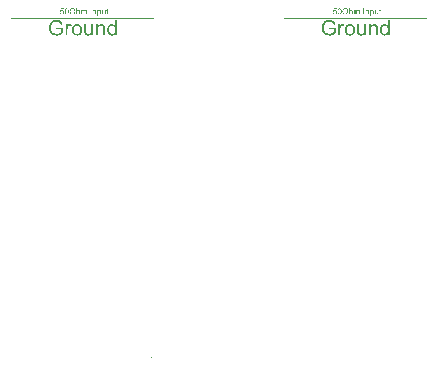
<source format=gm1>
G04*
G04 #@! TF.GenerationSoftware,Altium Limited,Altium NEXUS,5.8.2 (18)*
G04*
G04 Layer_Color=16711935*
%FSLAX44Y44*%
%MOMM*%
G71*
G04*
G04 #@! TF.SameCoordinates,3A1DB9EE-8D2C-4681-89B5-BFB965533D06*
G04*
G04*
G04 #@! TF.FilePolarity,Positive*
G04*
G01*
G75*
%ADD11C,0.1000*%
G36*
X56848Y354859D02*
X56892D01*
X56942Y354854D01*
X56992Y354843D01*
X57052Y354832D01*
X57185Y354804D01*
X57324Y354760D01*
X57468Y354699D01*
X57540Y354660D01*
X57606Y354616D01*
X57612D01*
X57623Y354605D01*
X57639Y354588D01*
X57667Y354571D01*
X57734Y354516D01*
X57811Y354439D01*
X57900Y354339D01*
X57994Y354223D01*
X58077Y354084D01*
X58154Y353929D01*
Y353924D01*
X58160Y353907D01*
X58171Y353885D01*
X58182Y353852D01*
X58199Y353813D01*
X58215Y353763D01*
X58232Y353702D01*
X58249Y353641D01*
X58265Y353569D01*
X58282Y353497D01*
X58315Y353331D01*
X58337Y353148D01*
X58343Y352955D01*
Y352949D01*
Y352927D01*
Y352899D01*
X58337Y352860D01*
Y352811D01*
X58332Y352750D01*
X58326Y352683D01*
X58315Y352611D01*
X58293Y352456D01*
X58254Y352285D01*
X58204Y352107D01*
X58138Y351930D01*
Y351925D01*
X58127Y351908D01*
X58116Y351886D01*
X58099Y351858D01*
X58077Y351819D01*
X58055Y351775D01*
X57988Y351675D01*
X57905Y351559D01*
X57800Y351443D01*
X57684Y351332D01*
X57545Y351232D01*
X57540D01*
X57529Y351222D01*
X57506Y351210D01*
X57479Y351194D01*
X57440Y351177D01*
X57401Y351155D01*
X57351Y351138D01*
X57296Y351116D01*
X57174Y351072D01*
X57036Y351033D01*
X56886Y351006D01*
X56809Y351000D01*
X56726Y350994D01*
X56670D01*
X56615Y351000D01*
X56537Y351011D01*
X56449Y351028D01*
X56355Y351050D01*
X56255Y351077D01*
X56161Y351122D01*
X56150Y351127D01*
X56122Y351144D01*
X56072Y351177D01*
X56017Y351216D01*
X55951Y351260D01*
X55884Y351321D01*
X55818Y351388D01*
X55757Y351460D01*
Y349660D01*
X55131D01*
Y354782D01*
X55701D01*
Y354300D01*
X55712Y354306D01*
X55735Y354339D01*
X55779Y354394D01*
X55834Y354455D01*
X55901Y354522D01*
X55978Y354594D01*
X56061Y354660D01*
X56156Y354721D01*
X56161D01*
X56167Y354726D01*
X56200Y354743D01*
X56255Y354765D01*
X56327Y354793D01*
X56416Y354821D01*
X56521Y354843D01*
X56643Y354859D01*
X56770Y354865D01*
X56814D01*
X56848Y354859D01*
D02*
G37*
G36*
X52988D02*
X53021D01*
X53105Y354848D01*
X53199Y354837D01*
X53304Y354815D01*
X53409Y354782D01*
X53514Y354743D01*
X53520D01*
X53525Y354738D01*
X53559Y354721D01*
X53608Y354693D01*
X53675Y354660D01*
X53741Y354610D01*
X53813Y354560D01*
X53880Y354500D01*
X53935Y354427D01*
X53941Y354416D01*
X53957Y354394D01*
X53979Y354350D01*
X54013Y354295D01*
X54046Y354228D01*
X54074Y354151D01*
X54107Y354062D01*
X54129Y353962D01*
Y353957D01*
X54134Y353929D01*
X54140Y353885D01*
X54151Y353824D01*
X54156Y353741D01*
Y353691D01*
X54162Y353636D01*
Y353575D01*
X54168Y353503D01*
Y353431D01*
Y353353D01*
Y351077D01*
X53542D01*
Y353331D01*
Y353337D01*
Y353348D01*
Y353370D01*
Y353392D01*
Y353425D01*
X53536Y353464D01*
X53531Y353547D01*
X53525Y353641D01*
X53509Y353735D01*
X53492Y353824D01*
X53464Y353901D01*
X53459Y353913D01*
X53448Y353935D01*
X53431Y353968D01*
X53404Y354012D01*
X53370Y354062D01*
X53326Y354112D01*
X53271Y354162D01*
X53204Y354206D01*
X53199Y354212D01*
X53171Y354223D01*
X53132Y354245D01*
X53082Y354267D01*
X53016Y354283D01*
X52944Y354306D01*
X52861Y354317D01*
X52767Y354322D01*
X52728D01*
X52700Y354317D01*
X52667D01*
X52623Y354311D01*
X52529Y354289D01*
X52423Y354261D01*
X52307Y354217D01*
X52191Y354151D01*
X52130Y354112D01*
X52074Y354068D01*
X52069Y354062D01*
X52063Y354057D01*
X52047Y354040D01*
X52030Y354018D01*
X52008Y353984D01*
X51986Y353951D01*
X51958Y353907D01*
X51931Y353852D01*
X51903Y353791D01*
X51875Y353719D01*
X51853Y353641D01*
X51831Y353553D01*
X51814Y353453D01*
X51798Y353348D01*
X51792Y353226D01*
X51787Y353099D01*
Y351077D01*
X51161D01*
Y354782D01*
X51726D01*
Y354250D01*
X51731Y354256D01*
X51742Y354278D01*
X51770Y354306D01*
X51803Y354344D01*
X51842Y354394D01*
X51892Y354444D01*
X51953Y354500D01*
X52025Y354560D01*
X52102Y354616D01*
X52191Y354671D01*
X52285Y354721D01*
X52390Y354771D01*
X52506Y354810D01*
X52628Y354837D01*
X52761Y354859D01*
X52900Y354865D01*
X52955D01*
X52988Y354859D01*
D02*
G37*
G36*
X45208D02*
X45258Y354854D01*
X45308Y354848D01*
X45369Y354837D01*
X45435Y354826D01*
X45568Y354787D01*
X45712Y354732D01*
X45779Y354699D01*
X45845Y354660D01*
X45912Y354610D01*
X45967Y354555D01*
X45973Y354549D01*
X45978Y354538D01*
X45995Y354522D01*
X46011Y354500D01*
X46039Y354466D01*
X46061Y354427D01*
X46089Y354378D01*
X46116Y354322D01*
X46144Y354261D01*
X46172Y354195D01*
X46200Y354117D01*
X46222Y354034D01*
X46238Y353940D01*
X46255Y353841D01*
X46260Y353735D01*
X46266Y353619D01*
Y351077D01*
X45640D01*
Y353409D01*
Y353414D01*
Y353425D01*
Y353447D01*
Y353470D01*
X45635Y353536D01*
Y353619D01*
X45624Y353708D01*
X45613Y353796D01*
X45602Y353879D01*
X45579Y353951D01*
Y353957D01*
X45568Y353979D01*
X45552Y354007D01*
X45530Y354045D01*
X45496Y354090D01*
X45463Y354134D01*
X45413Y354178D01*
X45358Y354217D01*
X45352Y354223D01*
X45330Y354234D01*
X45297Y354250D01*
X45253Y354272D01*
X45197Y354289D01*
X45131Y354306D01*
X45059Y354317D01*
X44981Y354322D01*
X44943D01*
X44915Y354317D01*
X44882D01*
X44843Y354311D01*
X44754Y354289D01*
X44649Y354261D01*
X44538Y354212D01*
X44433Y354151D01*
X44378Y354106D01*
X44328Y354062D01*
Y354057D01*
X44317Y354051D01*
X44306Y354034D01*
X44289Y354012D01*
X44267Y353984D01*
X44245Y353951D01*
X44223Y353907D01*
X44201Y353863D01*
X44173Y353807D01*
X44151Y353746D01*
X44129Y353675D01*
X44106Y353602D01*
X44090Y353519D01*
X44079Y353425D01*
X44073Y353331D01*
X44068Y353226D01*
Y351077D01*
X43442D01*
Y353481D01*
Y353486D01*
Y353497D01*
Y353519D01*
Y353553D01*
X43436Y353586D01*
Y353625D01*
X43425Y353719D01*
X43403Y353818D01*
X43376Y353924D01*
X43337Y354023D01*
X43287Y354112D01*
X43281Y354123D01*
X43259Y354145D01*
X43221Y354178D01*
X43171Y354217D01*
X43099Y354256D01*
X43016Y354289D01*
X42910Y354311D01*
X42789Y354322D01*
X42744D01*
X42695Y354317D01*
X42628Y354306D01*
X42551Y354289D01*
X42467Y354261D01*
X42384Y354228D01*
X42296Y354178D01*
X42285Y354173D01*
X42257Y354151D01*
X42218Y354123D01*
X42174Y354073D01*
X42119Y354018D01*
X42063Y353946D01*
X42014Y353863D01*
X41969Y353769D01*
Y353763D01*
X41964Y353758D01*
X41958Y353741D01*
X41953Y353719D01*
X41947Y353691D01*
X41936Y353658D01*
X41930Y353619D01*
X41919Y353575D01*
X41908Y353519D01*
X41903Y353464D01*
X41892Y353403D01*
X41886Y353331D01*
X41881Y353259D01*
X41875Y353176D01*
X41870Y353093D01*
Y352999D01*
Y351077D01*
X41244D01*
Y354782D01*
X41803D01*
Y354267D01*
X41814Y354272D01*
X41836Y354306D01*
X41875Y354356D01*
X41930Y354416D01*
X41997Y354488D01*
X42074Y354560D01*
X42163Y354632D01*
X42268Y354699D01*
X42274D01*
X42279Y354704D01*
X42296Y354715D01*
X42318Y354726D01*
X42346Y354738D01*
X42379Y354754D01*
X42456Y354782D01*
X42556Y354815D01*
X42667Y354837D01*
X42794Y354859D01*
X42927Y354865D01*
X42993D01*
X43032Y354859D01*
X43071Y354854D01*
X43165Y354843D01*
X43270Y354821D01*
X43381Y354793D01*
X43492Y354749D01*
X43597Y354693D01*
X43603D01*
X43608Y354688D01*
X43641Y354660D01*
X43686Y354621D01*
X43747Y354571D01*
X43808Y354500D01*
X43868Y354422D01*
X43924Y354328D01*
X43974Y354217D01*
X43979Y354223D01*
X43996Y354245D01*
X44018Y354278D01*
X44057Y354317D01*
X44095Y354367D01*
X44151Y354422D01*
X44212Y354483D01*
X44284Y354544D01*
X44361Y354599D01*
X44450Y354660D01*
X44544Y354715D01*
X44644Y354765D01*
X44754Y354804D01*
X44871Y354837D01*
X44992Y354859D01*
X45120Y354865D01*
X45175D01*
X45208Y354859D01*
D02*
G37*
G36*
X62086Y351077D02*
X61526D01*
Y351620D01*
X61521Y351615D01*
X61504Y351592D01*
X61482Y351565D01*
X61449Y351521D01*
X61405Y351476D01*
X61349Y351421D01*
X61288Y351365D01*
X61217Y351310D01*
X61133Y351249D01*
X61045Y351194D01*
X60951Y351138D01*
X60845Y351094D01*
X60729Y351050D01*
X60613Y351022D01*
X60486Y351000D01*
X60347Y350994D01*
X60292D01*
X60231Y351000D01*
X60148Y351011D01*
X60054Y351022D01*
X59948Y351044D01*
X59843Y351077D01*
X59732Y351116D01*
X59727D01*
X59721Y351122D01*
X59688Y351138D01*
X59638Y351166D01*
X59572Y351205D01*
X59506Y351249D01*
X59433Y351305D01*
X59367Y351365D01*
X59312Y351432D01*
X59306Y351443D01*
X59289Y351465D01*
X59267Y351509D01*
X59240Y351565D01*
X59207Y351631D01*
X59173Y351709D01*
X59146Y351797D01*
X59118Y351897D01*
Y351908D01*
X59112Y351930D01*
X59107Y351980D01*
X59101Y352041D01*
X59096Y352124D01*
X59090Y352224D01*
X59085Y352346D01*
Y352484D01*
Y354782D01*
X59710D01*
Y352728D01*
Y352722D01*
Y352705D01*
Y352683D01*
Y352650D01*
Y352606D01*
Y352561D01*
X59716Y352462D01*
Y352351D01*
X59727Y352240D01*
X59732Y352141D01*
X59738Y352096D01*
X59744Y352063D01*
X59749Y352052D01*
X59755Y352024D01*
X59771Y351974D01*
X59799Y351919D01*
X59832Y351858D01*
X59876Y351797D01*
X59932Y351731D01*
X59998Y351675D01*
X60009Y351670D01*
X60031Y351653D01*
X60076Y351631D01*
X60131Y351609D01*
X60198Y351581D01*
X60281Y351559D01*
X60375Y351543D01*
X60475Y351537D01*
X60524D01*
X60574Y351543D01*
X60646Y351554D01*
X60729Y351570D01*
X60818Y351598D01*
X60906Y351631D01*
X61000Y351681D01*
X61006D01*
X61012Y351687D01*
X61039Y351709D01*
X61084Y351742D01*
X61139Y351786D01*
X61194Y351842D01*
X61255Y351908D01*
X61311Y351986D01*
X61355Y352074D01*
Y352080D01*
X61360Y352085D01*
X61366Y352102D01*
X61371Y352118D01*
X61377Y352146D01*
X61388Y352179D01*
X61399Y352213D01*
X61410Y352257D01*
X61427Y352362D01*
X61444Y352484D01*
X61455Y352628D01*
X61460Y352794D01*
Y354782D01*
X62086D01*
Y351077D01*
D02*
G37*
G36*
X26758Y355524D02*
X24715D01*
X24444Y354151D01*
X24450Y354156D01*
X24466Y354167D01*
X24488Y354178D01*
X24521Y354201D01*
X24566Y354223D01*
X24616Y354250D01*
X24671Y354283D01*
X24737Y354311D01*
X24804Y354339D01*
X24881Y354372D01*
X25042Y354422D01*
X25131Y354444D01*
X25219Y354461D01*
X25313Y354466D01*
X25407Y354472D01*
X25435D01*
X25474Y354466D01*
X25518D01*
X25573Y354455D01*
X25640Y354450D01*
X25717Y354433D01*
X25795Y354416D01*
X25884Y354389D01*
X25972Y354361D01*
X26066Y354322D01*
X26161Y354278D01*
X26255Y354223D01*
X26349Y354162D01*
X26443Y354090D01*
X26531Y354007D01*
X26537Y354001D01*
X26554Y353984D01*
X26576Y353957D01*
X26603Y353924D01*
X26642Y353879D01*
X26681Y353818D01*
X26720Y353758D01*
X26764Y353685D01*
X26808Y353602D01*
X26847Y353508D01*
X26891Y353414D01*
X26925Y353303D01*
X26952Y353193D01*
X26974Y353071D01*
X26991Y352943D01*
X26997Y352811D01*
Y352805D01*
Y352777D01*
Y352744D01*
X26991Y352694D01*
X26985Y352634D01*
X26974Y352567D01*
X26963Y352490D01*
X26947Y352401D01*
X26925Y352312D01*
X26897Y352213D01*
X26864Y352113D01*
X26825Y352013D01*
X26781Y351914D01*
X26725Y351808D01*
X26664Y351709D01*
X26592Y351615D01*
X26587Y351609D01*
X26570Y351587D01*
X26542Y351559D01*
X26504Y351521D01*
X26454Y351471D01*
X26393Y351421D01*
X26321Y351360D01*
X26238Y351305D01*
X26149Y351249D01*
X26050Y351188D01*
X25939Y351138D01*
X25817Y351094D01*
X25690Y351050D01*
X25551Y351022D01*
X25407Y351000D01*
X25252Y350994D01*
X25186D01*
X25136Y351000D01*
X25075Y351006D01*
X25009Y351017D01*
X24931Y351028D01*
X24848Y351044D01*
X24760Y351061D01*
X24665Y351089D01*
X24571Y351122D01*
X24477Y351161D01*
X24383Y351205D01*
X24289Y351255D01*
X24200Y351316D01*
X24112Y351382D01*
X24106Y351388D01*
X24095Y351399D01*
X24073Y351421D01*
X24045Y351454D01*
X24007Y351493D01*
X23968Y351537D01*
X23929Y351592D01*
X23885Y351659D01*
X23840Y351725D01*
X23796Y351803D01*
X23757Y351892D01*
X23719Y351980D01*
X23680Y352080D01*
X23652Y352185D01*
X23630Y352301D01*
X23613Y352417D01*
X24272Y352467D01*
Y352462D01*
X24278Y352445D01*
X24283Y352423D01*
X24289Y352390D01*
X24294Y352351D01*
X24311Y352301D01*
X24339Y352196D01*
X24383Y352080D01*
X24444Y351958D01*
X24516Y351847D01*
X24560Y351797D01*
X24604Y351748D01*
X24610D01*
X24616Y351736D01*
X24632Y351725D01*
X24654Y351709D01*
X24710Y351670D01*
X24787Y351631D01*
X24881Y351587D01*
X24992Y351548D01*
X25114Y351521D01*
X25180Y351515D01*
X25252Y351509D01*
X25297D01*
X25330Y351515D01*
X25369Y351521D01*
X25413Y351526D01*
X25518Y351554D01*
X25640Y351592D01*
X25701Y351620D01*
X25767Y351653D01*
X25834Y351692D01*
X25895Y351736D01*
X25956Y351786D01*
X26016Y351847D01*
X26022Y351853D01*
X26028Y351864D01*
X26044Y351880D01*
X26066Y351908D01*
X26089Y351947D01*
X26116Y351986D01*
X26144Y352035D01*
X26177Y352091D01*
X26205Y352152D01*
X26232Y352218D01*
X26260Y352296D01*
X26282Y352373D01*
X26304Y352462D01*
X26321Y352556D01*
X26327Y352650D01*
X26332Y352755D01*
Y352761D01*
Y352777D01*
Y352805D01*
X26327Y352844D01*
X26321Y352888D01*
X26316Y352943D01*
X26304Y352999D01*
X26293Y353065D01*
X26260Y353198D01*
X26205Y353342D01*
X26172Y353409D01*
X26127Y353475D01*
X26083Y353542D01*
X26028Y353602D01*
X26022Y353608D01*
X26016Y353614D01*
X25994Y353630D01*
X25972Y353652D01*
X25944Y353675D01*
X25906Y353702D01*
X25867Y353730D01*
X25817Y353763D01*
X25762Y353791D01*
X25706Y353818D01*
X25568Y353868D01*
X25496Y353890D01*
X25413Y353907D01*
X25330Y353913D01*
X25241Y353918D01*
X25191D01*
X25131Y353913D01*
X25059Y353901D01*
X24970Y353885D01*
X24876Y353857D01*
X24782Y353824D01*
X24688Y353774D01*
X24676Y353769D01*
X24649Y353752D01*
X24604Y353719D01*
X24549Y353680D01*
X24494Y353625D01*
X24427Y353564D01*
X24366Y353492D01*
X24311Y353414D01*
X23724Y353497D01*
X24217Y356122D01*
X26758D01*
Y355524D01*
D02*
G37*
G36*
X50048Y351077D02*
X49372D01*
Y356188D01*
X50048D01*
Y351077D01*
D02*
G37*
G36*
X37905Y354350D02*
X37910Y354356D01*
X37927Y354372D01*
X37949Y354400D01*
X37982Y354433D01*
X38027Y354472D01*
X38077Y354511D01*
X38137Y354560D01*
X38209Y354610D01*
X38281Y354655D01*
X38364Y354704D01*
X38459Y354743D01*
X38553Y354787D01*
X38658Y354815D01*
X38769Y354843D01*
X38885Y354859D01*
X39007Y354865D01*
X39073D01*
X39112Y354859D01*
X39151Y354854D01*
X39250Y354843D01*
X39361Y354826D01*
X39477Y354793D01*
X39599Y354754D01*
X39715Y354699D01*
X39721D01*
X39727Y354693D01*
X39743Y354682D01*
X39765Y354671D01*
X39821Y354632D01*
X39887Y354583D01*
X39954Y354522D01*
X40031Y354444D01*
X40098Y354350D01*
X40153Y354250D01*
Y354245D01*
X40159Y354239D01*
X40164Y354223D01*
X40175Y354201D01*
X40186Y354167D01*
X40197Y354134D01*
X40208Y354090D01*
X40219Y354040D01*
X40230Y353984D01*
X40242Y353924D01*
X40253Y353857D01*
X40264Y353780D01*
X40275Y353702D01*
X40280Y353614D01*
X40286Y353519D01*
Y353420D01*
Y351077D01*
X39660D01*
Y353420D01*
Y353425D01*
Y353442D01*
Y353464D01*
X39655Y353497D01*
Y353536D01*
X39649Y353580D01*
X39632Y353680D01*
X39610Y353796D01*
X39571Y353907D01*
X39522Y354018D01*
X39494Y354062D01*
X39455Y354106D01*
X39444Y354117D01*
X39416Y354140D01*
X39372Y354173D01*
X39306Y354217D01*
X39223Y354256D01*
X39129Y354289D01*
X39012Y354311D01*
X38879Y354322D01*
X38835D01*
X38780Y354317D01*
X38708Y354306D01*
X38630Y354283D01*
X38542Y354261D01*
X38447Y354223D01*
X38353Y354173D01*
X38342Y354167D01*
X38315Y354145D01*
X38270Y354112D01*
X38221Y354068D01*
X38160Y354012D01*
X38104Y353946D01*
X38049Y353868D01*
X38005Y353780D01*
X37999Y353769D01*
X37993Y353752D01*
X37988Y353735D01*
X37971Y353680D01*
X37955Y353602D01*
X37938Y353508D01*
X37922Y353392D01*
X37910Y353254D01*
X37905Y353099D01*
Y351077D01*
X37279D01*
Y356188D01*
X37905D01*
Y354350D01*
D02*
G37*
G36*
X63802Y354782D02*
X64439D01*
Y354295D01*
X63802D01*
Y352124D01*
Y352118D01*
Y352113D01*
Y352080D01*
Y352035D01*
X63808Y351980D01*
Y351925D01*
X63819Y351869D01*
X63825Y351819D01*
X63836Y351781D01*
Y351775D01*
X63841Y351770D01*
X63863Y351736D01*
X63896Y351698D01*
X63941Y351659D01*
X63946D01*
X63957Y351653D01*
X63974Y351648D01*
X63996Y351637D01*
X64029Y351631D01*
X64063Y351620D01*
X64107Y351615D01*
X64201D01*
X64234Y351620D01*
X64273D01*
X64323Y351626D01*
X64378Y351631D01*
X64439Y351637D01*
X64522Y351083D01*
X64511D01*
X64478Y351072D01*
X64428Y351066D01*
X64362Y351055D01*
X64290Y351044D01*
X64212Y351039D01*
X64046Y351028D01*
X63991D01*
X63930Y351033D01*
X63852Y351039D01*
X63764Y351055D01*
X63675Y351072D01*
X63592Y351100D01*
X63514Y351133D01*
X63509Y351138D01*
X63487Y351155D01*
X63453Y351177D01*
X63409Y351210D01*
X63365Y351249D01*
X63321Y351299D01*
X63282Y351354D01*
X63249Y351415D01*
X63243Y351426D01*
X63238Y351454D01*
X63232Y351476D01*
X63226Y351504D01*
X63221Y351537D01*
X63215Y351576D01*
X63204Y351620D01*
X63199Y351675D01*
X63193Y351736D01*
X63188Y351803D01*
X63182Y351880D01*
Y351964D01*
X63177Y352058D01*
Y352157D01*
Y354295D01*
X62712D01*
Y354782D01*
X63177D01*
Y355695D01*
X63802Y356072D01*
Y354782D01*
D02*
G37*
G36*
X34162Y356271D02*
X34228Y356266D01*
X34300Y356260D01*
X34378Y356249D01*
X34466Y356233D01*
X34566Y356216D01*
X34666Y356194D01*
X34771Y356166D01*
X34881Y356133D01*
X34992Y356094D01*
X35103Y356050D01*
X35208Y356000D01*
X35319Y355939D01*
X35324Y355934D01*
X35347Y355923D01*
X35374Y355906D01*
X35413Y355878D01*
X35463Y355845D01*
X35513Y355801D01*
X35574Y355751D01*
X35640Y355695D01*
X35712Y355629D01*
X35784Y355557D01*
X35856Y355480D01*
X35928Y355396D01*
X35995Y355308D01*
X36067Y355208D01*
X36127Y355103D01*
X36188Y354992D01*
X36194Y354987D01*
X36199Y354965D01*
X36216Y354931D01*
X36233Y354887D01*
X36260Y354832D01*
X36282Y354760D01*
X36310Y354682D01*
X36338Y354594D01*
X36365Y354500D01*
X36393Y354394D01*
X36421Y354278D01*
X36443Y354162D01*
X36460Y354034D01*
X36476Y353901D01*
X36482Y353769D01*
X36487Y353625D01*
Y353614D01*
Y353591D01*
Y353547D01*
X36482Y353492D01*
X36476Y353425D01*
X36471Y353348D01*
X36460Y353259D01*
X36449Y353159D01*
X36432Y353054D01*
X36410Y352943D01*
X36388Y352827D01*
X36354Y352711D01*
X36316Y352589D01*
X36277Y352473D01*
X36227Y352351D01*
X36172Y352235D01*
X36166Y352229D01*
X36155Y352207D01*
X36139Y352174D01*
X36116Y352135D01*
X36083Y352085D01*
X36044Y352024D01*
X35995Y351958D01*
X35945Y351886D01*
X35884Y351814D01*
X35817Y351736D01*
X35740Y351659D01*
X35662Y351581D01*
X35579Y351509D01*
X35485Y351437D01*
X35385Y351365D01*
X35280Y351305D01*
X35275Y351299D01*
X35252Y351293D01*
X35225Y351277D01*
X35180Y351255D01*
X35125Y351232D01*
X35064Y351205D01*
X34992Y351177D01*
X34909Y351149D01*
X34821Y351122D01*
X34727Y351094D01*
X34621Y351066D01*
X34516Y351044D01*
X34283Y351006D01*
X34162Y351000D01*
X34040Y350994D01*
X33968D01*
X33918Y351000D01*
X33857Y351006D01*
X33780Y351011D01*
X33702Y351022D01*
X33608Y351039D01*
X33514Y351055D01*
X33409Y351077D01*
X33303Y351105D01*
X33193Y351138D01*
X33082Y351177D01*
X32971Y351227D01*
X32861Y351277D01*
X32750Y351338D01*
X32744Y351343D01*
X32728Y351354D01*
X32694Y351376D01*
X32656Y351404D01*
X32611Y351437D01*
X32556Y351482D01*
X32495Y351532D01*
X32429Y351587D01*
X32357Y351653D01*
X32290Y351725D01*
X32218Y351803D01*
X32146Y351886D01*
X32074Y351980D01*
X32008Y352074D01*
X31947Y352179D01*
X31886Y352290D01*
X31880Y352296D01*
X31875Y352318D01*
X31858Y352351D01*
X31842Y352395D01*
X31820Y352451D01*
X31797Y352517D01*
X31770Y352589D01*
X31742Y352678D01*
X31714Y352766D01*
X31687Y352866D01*
X31664Y352971D01*
X31642Y353082D01*
X31609Y353315D01*
X31604Y353442D01*
X31598Y353564D01*
Y353569D01*
Y353580D01*
Y353597D01*
Y353619D01*
X31604Y353652D01*
Y353685D01*
X31609Y353774D01*
X31620Y353879D01*
X31637Y354007D01*
X31653Y354140D01*
X31681Y354289D01*
X31720Y354450D01*
X31764Y354610D01*
X31820Y354776D01*
X31886Y354943D01*
X31963Y355109D01*
X32052Y355264D01*
X32157Y355419D01*
X32279Y355557D01*
X32285Y355563D01*
X32312Y355590D01*
X32351Y355624D01*
X32401Y355668D01*
X32473Y355723D01*
X32550Y355784D01*
X32645Y355851D01*
X32755Y355917D01*
X32877Y355984D01*
X33010Y356050D01*
X33154Y356111D01*
X33314Y356166D01*
X33481Y356211D01*
X33658Y356244D01*
X33846Y356271D01*
X34045Y356277D01*
X34112D01*
X34162Y356271D01*
D02*
G37*
G36*
X29350Y356199D02*
X29389Y356194D01*
X29488Y356183D01*
X29599Y356166D01*
X29721Y356133D01*
X29843Y356094D01*
X29964Y356039D01*
X29970D01*
X29981Y356033D01*
X29998Y356022D01*
X30020Y356006D01*
X30075Y355972D01*
X30147Y355917D01*
X30230Y355851D01*
X30313Y355768D01*
X30402Y355668D01*
X30480Y355557D01*
Y355552D01*
X30491Y355541D01*
X30496Y355524D01*
X30513Y355502D01*
X30529Y355474D01*
X30552Y355435D01*
X30568Y355391D01*
X30596Y355347D01*
X30646Y355236D01*
X30695Y355109D01*
X30751Y354959D01*
X30795Y354799D01*
Y354793D01*
X30801Y354776D01*
X30806Y354754D01*
X30812Y354715D01*
X30823Y354671D01*
X30834Y354616D01*
X30845Y354555D01*
X30856Y354483D01*
X30861Y354400D01*
X30873Y354311D01*
X30884Y354212D01*
X30895Y354106D01*
X30900Y353990D01*
X30906Y353868D01*
X30911Y353735D01*
Y353597D01*
Y353586D01*
Y353558D01*
Y353508D01*
Y353447D01*
X30906Y353370D01*
X30900Y353287D01*
X30895Y353187D01*
X30889Y353082D01*
X30878Y352966D01*
X30867Y352849D01*
X30834Y352606D01*
X30784Y352368D01*
X30756Y352251D01*
X30723Y352146D01*
Y352141D01*
X30712Y352124D01*
X30707Y352091D01*
X30690Y352058D01*
X30668Y352008D01*
X30646Y351958D01*
X30618Y351897D01*
X30585Y351831D01*
X30507Y351692D01*
X30413Y351554D01*
X30302Y351415D01*
X30236Y351354D01*
X30169Y351293D01*
X30164Y351288D01*
X30153Y351282D01*
X30131Y351266D01*
X30103Y351249D01*
X30070Y351227D01*
X30025Y351199D01*
X29976Y351172D01*
X29915Y351144D01*
X29854Y351116D01*
X29782Y351089D01*
X29710Y351066D01*
X29627Y351039D01*
X29538Y351022D01*
X29444Y351006D01*
X29350Y351000D01*
X29245Y350994D01*
X29211D01*
X29173Y351000D01*
X29123Y351006D01*
X29062Y351011D01*
X28990Y351022D01*
X28912Y351039D01*
X28824Y351061D01*
X28735Y351089D01*
X28641Y351122D01*
X28541Y351166D01*
X28447Y351216D01*
X28353Y351277D01*
X28259Y351349D01*
X28170Y351426D01*
X28087Y351521D01*
X28082Y351526D01*
X28065Y351548D01*
X28043Y351587D01*
X28010Y351642D01*
X27971Y351714D01*
X27927Y351797D01*
X27882Y351903D01*
X27838Y352019D01*
X27788Y352157D01*
X27744Y352307D01*
X27700Y352478D01*
X27661Y352667D01*
X27628Y352872D01*
X27606Y353093D01*
X27589Y353337D01*
X27583Y353597D01*
Y353608D01*
Y353636D01*
Y353685D01*
X27589Y353746D01*
Y353824D01*
X27595Y353913D01*
X27600Y354012D01*
X27606Y354117D01*
X27617Y354234D01*
X27628Y354350D01*
X27661Y354594D01*
X27705Y354832D01*
X27733Y354948D01*
X27766Y355053D01*
Y355059D01*
X27777Y355075D01*
X27788Y355109D01*
X27799Y355147D01*
X27822Y355192D01*
X27844Y355247D01*
X27871Y355302D01*
X27905Y355369D01*
X27982Y355507D01*
X28082Y355646D01*
X28193Y355784D01*
X28254Y355845D01*
X28320Y355906D01*
X28326Y355911D01*
X28337Y355917D01*
X28359Y355934D01*
X28386Y355950D01*
X28420Y355978D01*
X28464Y356000D01*
X28514Y356028D01*
X28575Y356055D01*
X28636Y356083D01*
X28708Y356111D01*
X28785Y356138D01*
X28863Y356161D01*
X28951Y356177D01*
X29045Y356194D01*
X29145Y356199D01*
X29245Y356205D01*
X29311D01*
X29350Y356199D01*
D02*
G37*
G36*
X287848Y354859D02*
X287892D01*
X287942Y354854D01*
X287992Y354843D01*
X288053Y354832D01*
X288185Y354804D01*
X288324Y354760D01*
X288468Y354699D01*
X288540Y354660D01*
X288606Y354616D01*
X288612D01*
X288623Y354605D01*
X288639Y354588D01*
X288667Y354571D01*
X288734Y354516D01*
X288811Y354439D01*
X288900Y354339D01*
X288994Y354223D01*
X289077Y354084D01*
X289154Y353929D01*
Y353924D01*
X289160Y353907D01*
X289171Y353885D01*
X289182Y353852D01*
X289199Y353813D01*
X289215Y353763D01*
X289232Y353702D01*
X289249Y353641D01*
X289265Y353569D01*
X289282Y353497D01*
X289315Y353331D01*
X289337Y353148D01*
X289343Y352955D01*
Y352949D01*
Y352927D01*
Y352899D01*
X289337Y352860D01*
Y352811D01*
X289332Y352750D01*
X289326Y352683D01*
X289315Y352611D01*
X289293Y352456D01*
X289254Y352285D01*
X289204Y352107D01*
X289138Y351930D01*
Y351925D01*
X289127Y351908D01*
X289116Y351886D01*
X289099Y351858D01*
X289077Y351819D01*
X289055Y351775D01*
X288988Y351675D01*
X288905Y351559D01*
X288800Y351443D01*
X288684Y351332D01*
X288545Y351232D01*
X288540D01*
X288529Y351222D01*
X288507Y351210D01*
X288479Y351194D01*
X288440Y351177D01*
X288401Y351155D01*
X288351Y351138D01*
X288296Y351116D01*
X288174Y351072D01*
X288036Y351033D01*
X287886Y351006D01*
X287809Y351000D01*
X287726Y350994D01*
X287670D01*
X287615Y351000D01*
X287537Y351011D01*
X287449Y351028D01*
X287355Y351050D01*
X287255Y351077D01*
X287161Y351122D01*
X287150Y351127D01*
X287122Y351144D01*
X287072Y351177D01*
X287017Y351216D01*
X286951Y351260D01*
X286884Y351321D01*
X286818Y351388D01*
X286757Y351460D01*
Y349660D01*
X286131D01*
Y354782D01*
X286701D01*
Y354300D01*
X286712Y354306D01*
X286735Y354339D01*
X286779Y354394D01*
X286834Y354455D01*
X286901Y354522D01*
X286978Y354594D01*
X287061Y354660D01*
X287155Y354721D01*
X287161D01*
X287167Y354726D01*
X287200Y354743D01*
X287255Y354765D01*
X287327Y354793D01*
X287416Y354821D01*
X287521Y354843D01*
X287643Y354859D01*
X287770Y354865D01*
X287814D01*
X287848Y354859D01*
D02*
G37*
G36*
X283988D02*
X284021D01*
X284104Y354848D01*
X284199Y354837D01*
X284304Y354815D01*
X284409Y354782D01*
X284514Y354743D01*
X284520D01*
X284525Y354738D01*
X284559Y354721D01*
X284608Y354693D01*
X284675Y354660D01*
X284741Y354610D01*
X284813Y354560D01*
X284880Y354500D01*
X284935Y354427D01*
X284941Y354416D01*
X284957Y354394D01*
X284979Y354350D01*
X285013Y354295D01*
X285046Y354228D01*
X285074Y354151D01*
X285107Y354062D01*
X285129Y353962D01*
Y353957D01*
X285134Y353929D01*
X285140Y353885D01*
X285151Y353824D01*
X285156Y353741D01*
Y353691D01*
X285162Y353636D01*
Y353575D01*
X285168Y353503D01*
Y353431D01*
Y353353D01*
Y351077D01*
X284542D01*
Y353331D01*
Y353337D01*
Y353348D01*
Y353370D01*
Y353392D01*
Y353425D01*
X284536Y353464D01*
X284531Y353547D01*
X284525Y353641D01*
X284509Y353735D01*
X284492Y353824D01*
X284464Y353901D01*
X284459Y353913D01*
X284448Y353935D01*
X284431Y353968D01*
X284403Y354012D01*
X284370Y354062D01*
X284326Y354112D01*
X284271Y354162D01*
X284204Y354206D01*
X284199Y354212D01*
X284171Y354223D01*
X284132Y354245D01*
X284082Y354267D01*
X284016Y354283D01*
X283944Y354306D01*
X283861Y354317D01*
X283767Y354322D01*
X283728D01*
X283700Y354317D01*
X283667D01*
X283623Y354311D01*
X283529Y354289D01*
X283423Y354261D01*
X283307Y354217D01*
X283191Y354151D01*
X283130Y354112D01*
X283074Y354068D01*
X283069Y354062D01*
X283064Y354057D01*
X283047Y354040D01*
X283030Y354018D01*
X283008Y353984D01*
X282986Y353951D01*
X282958Y353907D01*
X282931Y353852D01*
X282903Y353791D01*
X282875Y353719D01*
X282853Y353641D01*
X282831Y353553D01*
X282814Y353453D01*
X282798Y353348D01*
X282792Y353226D01*
X282787Y353099D01*
Y351077D01*
X282161D01*
Y354782D01*
X282726D01*
Y354250D01*
X282731Y354256D01*
X282742Y354278D01*
X282770Y354306D01*
X282803Y354344D01*
X282842Y354394D01*
X282892Y354444D01*
X282953Y354500D01*
X283025Y354560D01*
X283102Y354616D01*
X283191Y354671D01*
X283285Y354721D01*
X283390Y354771D01*
X283506Y354810D01*
X283628Y354837D01*
X283761Y354859D01*
X283900Y354865D01*
X283955D01*
X283988Y354859D01*
D02*
G37*
G36*
X276208D02*
X276258Y354854D01*
X276308Y354848D01*
X276369Y354837D01*
X276435Y354826D01*
X276568Y354787D01*
X276712Y354732D01*
X276779Y354699D01*
X276845Y354660D01*
X276912Y354610D01*
X276967Y354555D01*
X276973Y354549D01*
X276978Y354538D01*
X276995Y354522D01*
X277011Y354500D01*
X277039Y354466D01*
X277061Y354427D01*
X277089Y354378D01*
X277117Y354322D01*
X277144Y354261D01*
X277172Y354195D01*
X277200Y354117D01*
X277222Y354034D01*
X277238Y353940D01*
X277255Y353841D01*
X277260Y353735D01*
X277266Y353619D01*
Y351077D01*
X276640D01*
Y353409D01*
Y353414D01*
Y353425D01*
Y353447D01*
Y353470D01*
X276635Y353536D01*
Y353619D01*
X276624Y353708D01*
X276613Y353796D01*
X276602Y353879D01*
X276579Y353951D01*
Y353957D01*
X276568Y353979D01*
X276552Y354007D01*
X276530Y354045D01*
X276496Y354090D01*
X276463Y354134D01*
X276413Y354178D01*
X276358Y354217D01*
X276352Y354223D01*
X276330Y354234D01*
X276297Y354250D01*
X276253Y354272D01*
X276197Y354289D01*
X276131Y354306D01*
X276059Y354317D01*
X275981Y354322D01*
X275943D01*
X275915Y354317D01*
X275882D01*
X275843Y354311D01*
X275754Y354289D01*
X275649Y354261D01*
X275538Y354212D01*
X275433Y354151D01*
X275378Y354106D01*
X275328Y354062D01*
Y354057D01*
X275317Y354051D01*
X275306Y354034D01*
X275289Y354012D01*
X275267Y353984D01*
X275245Y353951D01*
X275223Y353907D01*
X275201Y353863D01*
X275173Y353807D01*
X275151Y353746D01*
X275129Y353675D01*
X275107Y353602D01*
X275090Y353519D01*
X275079Y353425D01*
X275073Y353331D01*
X275068Y353226D01*
Y351077D01*
X274442D01*
Y353481D01*
Y353486D01*
Y353497D01*
Y353519D01*
Y353553D01*
X274436Y353586D01*
Y353625D01*
X274425Y353719D01*
X274403Y353818D01*
X274376Y353924D01*
X274337Y354023D01*
X274287Y354112D01*
X274282Y354123D01*
X274259Y354145D01*
X274221Y354178D01*
X274171Y354217D01*
X274099Y354256D01*
X274016Y354289D01*
X273911Y354311D01*
X273789Y354322D01*
X273744D01*
X273694Y354317D01*
X273628Y354306D01*
X273551Y354289D01*
X273468Y354261D01*
X273384Y354228D01*
X273296Y354178D01*
X273285Y354173D01*
X273257Y354151D01*
X273218Y354123D01*
X273174Y354073D01*
X273119Y354018D01*
X273063Y353946D01*
X273013Y353863D01*
X272969Y353769D01*
Y353763D01*
X272964Y353758D01*
X272958Y353741D01*
X272952Y353719D01*
X272947Y353691D01*
X272936Y353658D01*
X272930Y353619D01*
X272919Y353575D01*
X272908Y353519D01*
X272903Y353464D01*
X272892Y353403D01*
X272886Y353331D01*
X272881Y353259D01*
X272875Y353176D01*
X272869Y353093D01*
Y352999D01*
Y351077D01*
X272244D01*
Y354782D01*
X272803D01*
Y354267D01*
X272814Y354272D01*
X272836Y354306D01*
X272875Y354356D01*
X272930Y354416D01*
X272997Y354488D01*
X273074Y354560D01*
X273163Y354632D01*
X273268Y354699D01*
X273274D01*
X273279Y354704D01*
X273296Y354715D01*
X273318Y354726D01*
X273346Y354738D01*
X273379Y354754D01*
X273456Y354782D01*
X273556Y354815D01*
X273667Y354837D01*
X273794Y354859D01*
X273927Y354865D01*
X273993D01*
X274032Y354859D01*
X274071Y354854D01*
X274165Y354843D01*
X274270Y354821D01*
X274381Y354793D01*
X274492Y354749D01*
X274597Y354693D01*
X274603D01*
X274608Y354688D01*
X274641Y354660D01*
X274686Y354621D01*
X274747Y354571D01*
X274807Y354500D01*
X274868Y354422D01*
X274924Y354328D01*
X274974Y354217D01*
X274979Y354223D01*
X274996Y354245D01*
X275018Y354278D01*
X275057Y354317D01*
X275095Y354367D01*
X275151Y354422D01*
X275212Y354483D01*
X275284Y354544D01*
X275361Y354599D01*
X275450Y354660D01*
X275544Y354715D01*
X275644Y354765D01*
X275754Y354804D01*
X275871Y354837D01*
X275993Y354859D01*
X276120Y354865D01*
X276175D01*
X276208Y354859D01*
D02*
G37*
G36*
X293086Y351077D02*
X292526D01*
Y351620D01*
X292521Y351615D01*
X292504Y351592D01*
X292482Y351565D01*
X292449Y351521D01*
X292405Y351476D01*
X292349Y351421D01*
X292288Y351365D01*
X292216Y351310D01*
X292133Y351249D01*
X292045Y351194D01*
X291951Y351138D01*
X291845Y351094D01*
X291729Y351050D01*
X291613Y351022D01*
X291486Y351000D01*
X291347Y350994D01*
X291292D01*
X291231Y351000D01*
X291148Y351011D01*
X291054Y351022D01*
X290948Y351044D01*
X290843Y351077D01*
X290732Y351116D01*
X290727D01*
X290721Y351122D01*
X290688Y351138D01*
X290638Y351166D01*
X290572Y351205D01*
X290506Y351249D01*
X290434Y351305D01*
X290367Y351365D01*
X290312Y351432D01*
X290306Y351443D01*
X290289Y351465D01*
X290267Y351509D01*
X290240Y351565D01*
X290207Y351631D01*
X290173Y351709D01*
X290145Y351797D01*
X290118Y351897D01*
Y351908D01*
X290112Y351930D01*
X290107Y351980D01*
X290101Y352041D01*
X290096Y352124D01*
X290090Y352224D01*
X290085Y352346D01*
Y352484D01*
Y354782D01*
X290710D01*
Y352728D01*
Y352722D01*
Y352705D01*
Y352683D01*
Y352650D01*
Y352606D01*
Y352561D01*
X290716Y352462D01*
Y352351D01*
X290727Y352240D01*
X290732Y352141D01*
X290738Y352096D01*
X290744Y352063D01*
X290749Y352052D01*
X290755Y352024D01*
X290771Y351974D01*
X290799Y351919D01*
X290832Y351858D01*
X290877Y351797D01*
X290932Y351731D01*
X290998Y351675D01*
X291009Y351670D01*
X291031Y351653D01*
X291076Y351631D01*
X291131Y351609D01*
X291198Y351581D01*
X291281Y351559D01*
X291375Y351543D01*
X291474Y351537D01*
X291524D01*
X291574Y351543D01*
X291646Y351554D01*
X291729Y351570D01*
X291818Y351598D01*
X291906Y351631D01*
X292001Y351681D01*
X292006D01*
X292012Y351687D01*
X292039Y351709D01*
X292084Y351742D01*
X292139Y351786D01*
X292194Y351842D01*
X292255Y351908D01*
X292311Y351986D01*
X292355Y352074D01*
Y352080D01*
X292360Y352085D01*
X292366Y352102D01*
X292372Y352118D01*
X292377Y352146D01*
X292388Y352179D01*
X292399Y352213D01*
X292410Y352257D01*
X292427Y352362D01*
X292444Y352484D01*
X292455Y352628D01*
X292460Y352794D01*
Y354782D01*
X293086D01*
Y351077D01*
D02*
G37*
G36*
X257759Y355524D02*
X255715D01*
X255444Y354151D01*
X255450Y354156D01*
X255466Y354167D01*
X255488Y354178D01*
X255521Y354201D01*
X255566Y354223D01*
X255616Y354250D01*
X255671Y354283D01*
X255737Y354311D01*
X255804Y354339D01*
X255881Y354372D01*
X256042Y354422D01*
X256131Y354444D01*
X256219Y354461D01*
X256313Y354466D01*
X256407Y354472D01*
X256435D01*
X256474Y354466D01*
X256518D01*
X256574Y354455D01*
X256640Y354450D01*
X256717Y354433D01*
X256795Y354416D01*
X256884Y354389D01*
X256972Y354361D01*
X257066Y354322D01*
X257160Y354278D01*
X257255Y354223D01*
X257349Y354162D01*
X257443Y354090D01*
X257531Y354007D01*
X257537Y354001D01*
X257554Y353984D01*
X257576Y353957D01*
X257603Y353924D01*
X257642Y353879D01*
X257681Y353818D01*
X257720Y353758D01*
X257764Y353685D01*
X257808Y353602D01*
X257847Y353508D01*
X257891Y353414D01*
X257925Y353303D01*
X257952Y353193D01*
X257974Y353071D01*
X257991Y352943D01*
X257997Y352811D01*
Y352805D01*
Y352777D01*
Y352744D01*
X257991Y352694D01*
X257985Y352634D01*
X257974Y352567D01*
X257963Y352490D01*
X257947Y352401D01*
X257925Y352312D01*
X257897Y352213D01*
X257864Y352113D01*
X257825Y352013D01*
X257781Y351914D01*
X257725Y351808D01*
X257664Y351709D01*
X257592Y351615D01*
X257587Y351609D01*
X257570Y351587D01*
X257542Y351559D01*
X257504Y351521D01*
X257454Y351471D01*
X257393Y351421D01*
X257321Y351360D01*
X257238Y351305D01*
X257149Y351249D01*
X257050Y351188D01*
X256939Y351138D01*
X256817Y351094D01*
X256690Y351050D01*
X256551Y351022D01*
X256407Y351000D01*
X256252Y350994D01*
X256186D01*
X256136Y351000D01*
X256075Y351006D01*
X256009Y351017D01*
X255931Y351028D01*
X255848Y351044D01*
X255760Y351061D01*
X255665Y351089D01*
X255571Y351122D01*
X255477Y351161D01*
X255383Y351205D01*
X255289Y351255D01*
X255200Y351316D01*
X255112Y351382D01*
X255106Y351388D01*
X255095Y351399D01*
X255073Y351421D01*
X255045Y351454D01*
X255007Y351493D01*
X254968Y351537D01*
X254929Y351592D01*
X254885Y351659D01*
X254840Y351725D01*
X254796Y351803D01*
X254757Y351892D01*
X254718Y351980D01*
X254680Y352080D01*
X254652Y352185D01*
X254630Y352301D01*
X254613Y352417D01*
X255272Y352467D01*
Y352462D01*
X255278Y352445D01*
X255283Y352423D01*
X255289Y352390D01*
X255294Y352351D01*
X255311Y352301D01*
X255339Y352196D01*
X255383Y352080D01*
X255444Y351958D01*
X255516Y351847D01*
X255560Y351797D01*
X255604Y351748D01*
X255610D01*
X255616Y351736D01*
X255632Y351725D01*
X255654Y351709D01*
X255710Y351670D01*
X255787Y351631D01*
X255881Y351587D01*
X255992Y351548D01*
X256114Y351521D01*
X256180Y351515D01*
X256252Y351509D01*
X256297D01*
X256330Y351515D01*
X256369Y351521D01*
X256413Y351526D01*
X256518Y351554D01*
X256640Y351592D01*
X256701Y351620D01*
X256767Y351653D01*
X256834Y351692D01*
X256895Y351736D01*
X256956Y351786D01*
X257017Y351847D01*
X257022Y351853D01*
X257028Y351864D01*
X257044Y351880D01*
X257066Y351908D01*
X257089Y351947D01*
X257116Y351986D01*
X257144Y352035D01*
X257177Y352091D01*
X257205Y352152D01*
X257232Y352218D01*
X257260Y352296D01*
X257282Y352373D01*
X257304Y352462D01*
X257321Y352556D01*
X257327Y352650D01*
X257332Y352755D01*
Y352761D01*
Y352777D01*
Y352805D01*
X257327Y352844D01*
X257321Y352888D01*
X257316Y352943D01*
X257304Y352999D01*
X257293Y353065D01*
X257260Y353198D01*
X257205Y353342D01*
X257171Y353409D01*
X257127Y353475D01*
X257083Y353542D01*
X257028Y353602D01*
X257022Y353608D01*
X257017Y353614D01*
X256994Y353630D01*
X256972Y353652D01*
X256945Y353675D01*
X256906Y353702D01*
X256867Y353730D01*
X256817Y353763D01*
X256762Y353791D01*
X256706Y353818D01*
X256568Y353868D01*
X256496Y353890D01*
X256413Y353907D01*
X256330Y353913D01*
X256241Y353918D01*
X256191D01*
X256131Y353913D01*
X256059Y353901D01*
X255970Y353885D01*
X255876Y353857D01*
X255782Y353824D01*
X255688Y353774D01*
X255676Y353769D01*
X255649Y353752D01*
X255604Y353719D01*
X255549Y353680D01*
X255494Y353625D01*
X255427Y353564D01*
X255366Y353492D01*
X255311Y353414D01*
X254724Y353497D01*
X255217Y356122D01*
X257759D01*
Y355524D01*
D02*
G37*
G36*
X281048Y351077D02*
X280372D01*
Y356188D01*
X281048D01*
Y351077D01*
D02*
G37*
G36*
X268905Y354350D02*
X268910Y354356D01*
X268927Y354372D01*
X268949Y354400D01*
X268982Y354433D01*
X269027Y354472D01*
X269076Y354511D01*
X269137Y354560D01*
X269209Y354610D01*
X269281Y354655D01*
X269364Y354704D01*
X269459Y354743D01*
X269553Y354787D01*
X269658Y354815D01*
X269769Y354843D01*
X269885Y354859D01*
X270007Y354865D01*
X270073D01*
X270112Y354859D01*
X270151Y354854D01*
X270250Y354843D01*
X270361Y354826D01*
X270477Y354793D01*
X270599Y354754D01*
X270716Y354699D01*
X270721D01*
X270727Y354693D01*
X270743Y354682D01*
X270765Y354671D01*
X270821Y354632D01*
X270887Y354583D01*
X270954Y354522D01*
X271031Y354444D01*
X271098Y354350D01*
X271153Y354250D01*
Y354245D01*
X271159Y354239D01*
X271164Y354223D01*
X271175Y354201D01*
X271186Y354167D01*
X271197Y354134D01*
X271208Y354090D01*
X271219Y354040D01*
X271231Y353984D01*
X271241Y353924D01*
X271253Y353857D01*
X271264Y353780D01*
X271275Y353702D01*
X271280Y353614D01*
X271286Y353519D01*
Y353420D01*
Y351077D01*
X270660D01*
Y353420D01*
Y353425D01*
Y353442D01*
Y353464D01*
X270655Y353497D01*
Y353536D01*
X270649Y353580D01*
X270632Y353680D01*
X270610Y353796D01*
X270571Y353907D01*
X270522Y354018D01*
X270494Y354062D01*
X270455Y354106D01*
X270444Y354117D01*
X270417Y354140D01*
X270372Y354173D01*
X270306Y354217D01*
X270223Y354256D01*
X270129Y354289D01*
X270012Y354311D01*
X269879Y354322D01*
X269835D01*
X269780Y354317D01*
X269708Y354306D01*
X269630Y354283D01*
X269542Y354261D01*
X269447Y354223D01*
X269353Y354173D01*
X269342Y354167D01*
X269315Y354145D01*
X269270Y354112D01*
X269221Y354068D01*
X269160Y354012D01*
X269104Y353946D01*
X269049Y353868D01*
X269004Y353780D01*
X268999Y353769D01*
X268993Y353752D01*
X268988Y353735D01*
X268971Y353680D01*
X268955Y353602D01*
X268938Y353508D01*
X268922Y353392D01*
X268910Y353254D01*
X268905Y353099D01*
Y351077D01*
X268279D01*
Y356188D01*
X268905D01*
Y354350D01*
D02*
G37*
G36*
X294802Y354782D02*
X295439D01*
Y354295D01*
X294802D01*
Y352124D01*
Y352118D01*
Y352113D01*
Y352080D01*
Y352035D01*
X294808Y351980D01*
Y351925D01*
X294819Y351869D01*
X294825Y351819D01*
X294836Y351781D01*
Y351775D01*
X294841Y351770D01*
X294863Y351736D01*
X294897Y351698D01*
X294941Y351659D01*
X294946D01*
X294957Y351653D01*
X294974Y351648D01*
X294996Y351637D01*
X295029Y351631D01*
X295063Y351620D01*
X295107Y351615D01*
X295201D01*
X295234Y351620D01*
X295273D01*
X295323Y351626D01*
X295378Y351631D01*
X295439Y351637D01*
X295522Y351083D01*
X295511D01*
X295478Y351072D01*
X295428Y351066D01*
X295362Y351055D01*
X295290Y351044D01*
X295212Y351039D01*
X295046Y351028D01*
X294991D01*
X294930Y351033D01*
X294852Y351039D01*
X294764Y351055D01*
X294675Y351072D01*
X294592Y351100D01*
X294514Y351133D01*
X294509Y351138D01*
X294487Y351155D01*
X294454Y351177D01*
X294409Y351210D01*
X294365Y351249D01*
X294321Y351299D01*
X294282Y351354D01*
X294249Y351415D01*
X294243Y351426D01*
X294237Y351454D01*
X294232Y351476D01*
X294226Y351504D01*
X294221Y351537D01*
X294215Y351576D01*
X294204Y351620D01*
X294199Y351675D01*
X294193Y351736D01*
X294188Y351803D01*
X294182Y351880D01*
Y351964D01*
X294177Y352058D01*
Y352157D01*
Y354295D01*
X293711D01*
Y354782D01*
X294177D01*
Y355695D01*
X294802Y356072D01*
Y354782D01*
D02*
G37*
G36*
X265162Y356271D02*
X265228Y356266D01*
X265300Y356260D01*
X265378Y356249D01*
X265466Y356233D01*
X265566Y356216D01*
X265666Y356194D01*
X265771Y356166D01*
X265882Y356133D01*
X265992Y356094D01*
X266103Y356050D01*
X266208Y356000D01*
X266319Y355939D01*
X266325Y355934D01*
X266347Y355923D01*
X266374Y355906D01*
X266413Y355878D01*
X266463Y355845D01*
X266513Y355801D01*
X266574Y355751D01*
X266640Y355695D01*
X266712Y355629D01*
X266784Y355557D01*
X266856Y355480D01*
X266928Y355396D01*
X266994Y355308D01*
X267066Y355208D01*
X267127Y355103D01*
X267188Y354992D01*
X267194Y354987D01*
X267199Y354965D01*
X267216Y354931D01*
X267233Y354887D01*
X267260Y354832D01*
X267282Y354760D01*
X267310Y354682D01*
X267338Y354594D01*
X267365Y354500D01*
X267393Y354394D01*
X267421Y354278D01*
X267443Y354162D01*
X267460Y354034D01*
X267476Y353901D01*
X267482Y353769D01*
X267487Y353625D01*
Y353614D01*
Y353591D01*
Y353547D01*
X267482Y353492D01*
X267476Y353425D01*
X267471Y353348D01*
X267460Y353259D01*
X267449Y353159D01*
X267432Y353054D01*
X267410Y352943D01*
X267388Y352827D01*
X267354Y352711D01*
X267316Y352589D01*
X267277Y352473D01*
X267227Y352351D01*
X267172Y352235D01*
X267166Y352229D01*
X267155Y352207D01*
X267139Y352174D01*
X267116Y352135D01*
X267083Y352085D01*
X267044Y352024D01*
X266994Y351958D01*
X266945Y351886D01*
X266884Y351814D01*
X266817Y351736D01*
X266740Y351659D01*
X266662Y351581D01*
X266579Y351509D01*
X266485Y351437D01*
X266385Y351365D01*
X266280Y351305D01*
X266275Y351299D01*
X266252Y351293D01*
X266225Y351277D01*
X266180Y351255D01*
X266125Y351232D01*
X266064Y351205D01*
X265992Y351177D01*
X265909Y351149D01*
X265821Y351122D01*
X265727Y351094D01*
X265621Y351066D01*
X265516Y351044D01*
X265284Y351006D01*
X265162Y351000D01*
X265040Y350994D01*
X264968D01*
X264918Y351000D01*
X264857Y351006D01*
X264780Y351011D01*
X264702Y351022D01*
X264608Y351039D01*
X264514Y351055D01*
X264409Y351077D01*
X264303Y351105D01*
X264193Y351138D01*
X264082Y351177D01*
X263971Y351227D01*
X263860Y351277D01*
X263750Y351338D01*
X263744Y351343D01*
X263728Y351354D01*
X263694Y351376D01*
X263656Y351404D01*
X263611Y351437D01*
X263556Y351482D01*
X263495Y351532D01*
X263429Y351587D01*
X263357Y351653D01*
X263290Y351725D01*
X263218Y351803D01*
X263146Y351886D01*
X263074Y351980D01*
X263008Y352074D01*
X262947Y352179D01*
X262886Y352290D01*
X262880Y352296D01*
X262875Y352318D01*
X262858Y352351D01*
X262842Y352395D01*
X262819Y352451D01*
X262797Y352517D01*
X262770Y352589D01*
X262742Y352678D01*
X262714Y352766D01*
X262687Y352866D01*
X262664Y352971D01*
X262642Y353082D01*
X262609Y353315D01*
X262603Y353442D01*
X262598Y353564D01*
Y353569D01*
Y353580D01*
Y353597D01*
Y353619D01*
X262603Y353652D01*
Y353685D01*
X262609Y353774D01*
X262620Y353879D01*
X262637Y354007D01*
X262653Y354140D01*
X262681Y354289D01*
X262720Y354450D01*
X262764Y354610D01*
X262819Y354776D01*
X262886Y354943D01*
X262963Y355109D01*
X263052Y355264D01*
X263157Y355419D01*
X263279Y355557D01*
X263285Y355563D01*
X263312Y355590D01*
X263351Y355624D01*
X263401Y355668D01*
X263473Y355723D01*
X263550Y355784D01*
X263645Y355851D01*
X263755Y355917D01*
X263877Y355984D01*
X264010Y356050D01*
X264154Y356111D01*
X264314Y356166D01*
X264481Y356211D01*
X264658Y356244D01*
X264846Y356271D01*
X265045Y356277D01*
X265112D01*
X265162Y356271D01*
D02*
G37*
G36*
X260350Y356199D02*
X260389Y356194D01*
X260488Y356183D01*
X260599Y356166D01*
X260721Y356133D01*
X260843Y356094D01*
X260965Y356039D01*
X260970D01*
X260981Y356033D01*
X260998Y356022D01*
X261020Y356006D01*
X261075Y355972D01*
X261147Y355917D01*
X261230Y355851D01*
X261313Y355768D01*
X261402Y355668D01*
X261479Y355557D01*
Y355552D01*
X261490Y355541D01*
X261496Y355524D01*
X261513Y355502D01*
X261529Y355474D01*
X261551Y355435D01*
X261568Y355391D01*
X261596Y355347D01*
X261646Y355236D01*
X261695Y355109D01*
X261751Y354959D01*
X261795Y354799D01*
Y354793D01*
X261801Y354776D01*
X261806Y354754D01*
X261812Y354715D01*
X261823Y354671D01*
X261834Y354616D01*
X261845Y354555D01*
X261856Y354483D01*
X261861Y354400D01*
X261873Y354311D01*
X261884Y354212D01*
X261895Y354106D01*
X261900Y353990D01*
X261906Y353868D01*
X261911Y353735D01*
Y353597D01*
Y353586D01*
Y353558D01*
Y353508D01*
Y353447D01*
X261906Y353370D01*
X261900Y353287D01*
X261895Y353187D01*
X261889Y353082D01*
X261878Y352966D01*
X261867Y352849D01*
X261834Y352606D01*
X261784Y352368D01*
X261756Y352251D01*
X261723Y352146D01*
Y352141D01*
X261712Y352124D01*
X261707Y352091D01*
X261690Y352058D01*
X261668Y352008D01*
X261646Y351958D01*
X261618Y351897D01*
X261585Y351831D01*
X261507Y351692D01*
X261413Y351554D01*
X261302Y351415D01*
X261236Y351354D01*
X261169Y351293D01*
X261164Y351288D01*
X261153Y351282D01*
X261131Y351266D01*
X261103Y351249D01*
X261070Y351227D01*
X261025Y351199D01*
X260976Y351172D01*
X260915Y351144D01*
X260854Y351116D01*
X260782Y351089D01*
X260710Y351066D01*
X260627Y351039D01*
X260538Y351022D01*
X260444Y351006D01*
X260350Y351000D01*
X260245Y350994D01*
X260211D01*
X260173Y351000D01*
X260123Y351006D01*
X260062Y351011D01*
X259990Y351022D01*
X259912Y351039D01*
X259824Y351061D01*
X259735Y351089D01*
X259641Y351122D01*
X259541Y351166D01*
X259447Y351216D01*
X259353Y351277D01*
X259259Y351349D01*
X259170Y351426D01*
X259087Y351521D01*
X259082Y351526D01*
X259065Y351548D01*
X259043Y351587D01*
X259010Y351642D01*
X258971Y351714D01*
X258927Y351797D01*
X258883Y351903D01*
X258838Y352019D01*
X258788Y352157D01*
X258744Y352307D01*
X258700Y352478D01*
X258661Y352667D01*
X258628Y352872D01*
X258606Y353093D01*
X258589Y353337D01*
X258584Y353597D01*
Y353608D01*
Y353636D01*
Y353685D01*
X258589Y353746D01*
Y353824D01*
X258595Y353913D01*
X258600Y354012D01*
X258606Y354117D01*
X258617Y354234D01*
X258628Y354350D01*
X258661Y354594D01*
X258705Y354832D01*
X258733Y354948D01*
X258766Y355053D01*
Y355059D01*
X258777Y355075D01*
X258788Y355109D01*
X258799Y355147D01*
X258822Y355192D01*
X258844Y355247D01*
X258871Y355302D01*
X258905Y355369D01*
X258982Y355507D01*
X259082Y355646D01*
X259193Y355784D01*
X259254Y355845D01*
X259320Y355906D01*
X259326Y355911D01*
X259337Y355917D01*
X259359Y355934D01*
X259386Y355950D01*
X259420Y355978D01*
X259464Y356000D01*
X259514Y356028D01*
X259575Y356055D01*
X259636Y356083D01*
X259708Y356111D01*
X259785Y356138D01*
X259863Y356161D01*
X259951Y356177D01*
X260045Y356194D01*
X260145Y356199D01*
X260245Y356205D01*
X260311D01*
X260350Y356199D01*
D02*
G37*
G36*
X251865Y346367D02*
X252004Y346353D01*
X252156Y346339D01*
X252336Y346325D01*
X252725Y346269D01*
X253155Y346186D01*
X253585Y346075D01*
X254014Y345923D01*
X254028D01*
X254070Y345909D01*
X254125Y345881D01*
X254195Y345840D01*
X254292Y345798D01*
X254403Y345742D01*
X254652Y345604D01*
X254944Y345424D01*
X255235Y345215D01*
X255512Y344966D01*
X255776Y344675D01*
X255790Y344661D01*
X255804Y344633D01*
X255831Y344591D01*
X255887Y344536D01*
X255928Y344453D01*
X255998Y344356D01*
X256067Y344245D01*
X256136Y344106D01*
X256220Y343967D01*
X256289Y343815D01*
X256372Y343634D01*
X256455Y343454D01*
X256608Y343038D01*
X256747Y342580D01*
X255207Y342164D01*
Y342178D01*
X255193Y342206D01*
X255179Y342262D01*
X255152Y342331D01*
X255124Y342400D01*
X255096Y342497D01*
X255013Y342719D01*
X254902Y342969D01*
X254777Y343218D01*
X254639Y343468D01*
X254486Y343690D01*
X254472Y343718D01*
X254403Y343787D01*
X254306Y343884D01*
X254181Y344023D01*
X254001Y344161D01*
X253793Y344314D01*
X253543Y344453D01*
X253266Y344591D01*
X253252D01*
X253224Y344605D01*
X253182Y344619D01*
X253127Y344647D01*
X253058Y344675D01*
X252960Y344702D01*
X252752Y344772D01*
X252489Y344827D01*
X252198Y344883D01*
X251865Y344924D01*
X251518Y344938D01*
X251324D01*
X251227Y344924D01*
X251102D01*
X250977Y344910D01*
X250825Y344897D01*
X250520Y344855D01*
X250173Y344786D01*
X249840Y344702D01*
X249507Y344577D01*
X249493D01*
X249466Y344564D01*
X249424Y344536D01*
X249369Y344508D01*
X249216Y344439D01*
X249022Y344328D01*
X248800Y344189D01*
X248578Y344023D01*
X248342Y343843D01*
X248134Y343634D01*
X248106Y343607D01*
X248051Y343537D01*
X247954Y343413D01*
X247843Y343260D01*
X247718Y343080D01*
X247579Y342858D01*
X247455Y342622D01*
X247344Y342373D01*
Y342359D01*
X247330Y342317D01*
X247302Y342262D01*
X247274Y342164D01*
X247233Y342053D01*
X247191Y341929D01*
X247150Y341776D01*
X247108Y341610D01*
X247052Y341429D01*
X247011Y341221D01*
X246942Y340792D01*
X246886Y340306D01*
X246858Y339793D01*
Y339779D01*
Y339724D01*
Y339627D01*
X246872Y339516D01*
Y339363D01*
X246886Y339197D01*
X246914Y339002D01*
X246928Y338794D01*
X246997Y338337D01*
X247108Y337865D01*
X247247Y337380D01*
X247441Y336922D01*
X247455Y336908D01*
X247469Y336867D01*
X247496Y336811D01*
X247552Y336728D01*
X247607Y336645D01*
X247691Y336534D01*
X247871Y336284D01*
X248120Y336007D01*
X248412Y335716D01*
X248745Y335452D01*
X248939Y335327D01*
X249147Y335216D01*
X249160D01*
X249202Y335189D01*
X249258Y335161D01*
X249341Y335133D01*
X249452Y335092D01*
X249577Y335036D01*
X249715Y334995D01*
X249868Y334939D01*
X250034Y334883D01*
X250228Y334842D01*
X250631Y334745D01*
X251074Y334689D01*
X251546Y334662D01*
X251657D01*
X251740Y334675D01*
X251837D01*
X251948Y334689D01*
X252073Y334703D01*
X252225Y334717D01*
X252544Y334759D01*
X252905Y334842D01*
X253293Y334939D01*
X253682Y335078D01*
X253696D01*
X253723Y335092D01*
X253779Y335119D01*
X253862Y335147D01*
X253945Y335189D01*
X254042Y335244D01*
X254278Y335355D01*
X254541Y335494D01*
X254805Y335646D01*
X255055Y335799D01*
X255277Y335979D01*
Y338378D01*
X251518D01*
Y339890D01*
X256941D01*
Y335133D01*
X256927Y335119D01*
X256885Y335092D01*
X256816Y335036D01*
X256719Y334967D01*
X256608Y334883D01*
X256469Y334800D01*
X256317Y334689D01*
X256150Y334578D01*
X255970Y334468D01*
X255762Y334343D01*
X255332Y334093D01*
X254860Y333857D01*
X254361Y333649D01*
X254347D01*
X254306Y333621D01*
X254236Y333608D01*
X254125Y333566D01*
X254014Y333538D01*
X253862Y333497D01*
X253709Y333441D01*
X253529Y333400D01*
X253321Y333358D01*
X253113Y333302D01*
X252655Y333233D01*
X252156Y333178D01*
X251643Y333150D01*
X251463D01*
X251324Y333164D01*
X251158Y333178D01*
X250963Y333192D01*
X250742Y333219D01*
X250506Y333247D01*
X250256Y333289D01*
X249979Y333344D01*
X249701Y333414D01*
X249396Y333497D01*
X249105Y333580D01*
X248814Y333691D01*
X248509Y333816D01*
X248218Y333954D01*
X248204Y333968D01*
X248148Y333996D01*
X248065Y334038D01*
X247968Y334107D01*
X247843Y334190D01*
X247691Y334287D01*
X247524Y334412D01*
X247344Y334551D01*
X247164Y334703D01*
X246969Y334883D01*
X246775Y335064D01*
X246581Y335272D01*
X246401Y335508D01*
X246220Y335743D01*
X246040Y336007D01*
X245888Y336284D01*
X245874Y336298D01*
X245860Y336354D01*
X245818Y336437D01*
X245763Y336548D01*
X245707Y336700D01*
X245638Y336867D01*
X245569Y337061D01*
X245499Y337283D01*
X245430Y337519D01*
X245361Y337782D01*
X245291Y338073D01*
X245236Y338364D01*
X245180Y338684D01*
X245139Y339002D01*
X245125Y339349D01*
X245111Y339696D01*
Y339724D01*
Y339779D01*
Y339876D01*
X245125Y340015D01*
X245139Y340181D01*
X245153Y340375D01*
X245180Y340597D01*
X245208Y340833D01*
X245250Y341097D01*
X245305Y341374D01*
X245444Y341956D01*
X245527Y342262D01*
X245638Y342567D01*
X245749Y342872D01*
X245888Y343177D01*
X245902Y343191D01*
X245929Y343246D01*
X245971Y343329D01*
X246026Y343440D01*
X246110Y343579D01*
X246207Y343732D01*
X246331Y343898D01*
X246456Y344092D01*
X246609Y344286D01*
X246775Y344481D01*
X246956Y344675D01*
X247164Y344883D01*
X247372Y345077D01*
X247607Y345257D01*
X247857Y345437D01*
X248120Y345590D01*
X248134Y345604D01*
X248190Y345618D01*
X248273Y345659D01*
X248384Y345715D01*
X248523Y345770D01*
X248689Y345840D01*
X248883Y345909D01*
X249091Y345992D01*
X249327Y346062D01*
X249590Y346131D01*
X249868Y346200D01*
X250173Y346256D01*
X250478Y346311D01*
X250811Y346353D01*
X251158Y346367D01*
X251504Y346380D01*
X251740D01*
X251865Y346367D01*
D02*
G37*
G36*
X302484Y333358D02*
X301028D01*
Y334523D01*
X301014Y334509D01*
X300987Y334468D01*
X300931Y334398D01*
X300862Y334315D01*
X300765Y334204D01*
X300654Y334093D01*
X300529Y333968D01*
X300376Y333843D01*
X300196Y333705D01*
X300002Y333580D01*
X299794Y333469D01*
X299558Y333372D01*
X299295Y333275D01*
X299031Y333205D01*
X298740Y333164D01*
X298421Y333150D01*
X298310D01*
X298227Y333164D01*
X298130D01*
X298019Y333178D01*
X297894Y333205D01*
X297755Y333233D01*
X297436Y333302D01*
X297090Y333414D01*
X296743Y333566D01*
X296563Y333649D01*
X296382Y333760D01*
X296369Y333774D01*
X296341Y333788D01*
X296299Y333829D01*
X296230Y333871D01*
X296147Y333941D01*
X296063Y334010D01*
X295855Y334204D01*
X295620Y334440D01*
X295384Y334731D01*
X295148Y335078D01*
X294940Y335466D01*
Y335480D01*
X294912Y335522D01*
X294898Y335577D01*
X294857Y335660D01*
X294829Y335757D01*
X294788Y335882D01*
X294732Y336035D01*
X294690Y336187D01*
X294649Y336367D01*
X294593Y336562D01*
X294552Y336770D01*
X294524Y336992D01*
X294469Y337463D01*
X294441Y337976D01*
Y337990D01*
Y338046D01*
Y338115D01*
X294455Y338212D01*
Y338337D01*
X294469Y338475D01*
X294482Y338642D01*
X294496Y338822D01*
X294552Y339211D01*
X294635Y339627D01*
X294746Y340070D01*
X294898Y340500D01*
Y340514D01*
X294926Y340556D01*
X294954Y340611D01*
X294982Y340694D01*
X295037Y340778D01*
X295093Y340888D01*
X295245Y341138D01*
X295439Y341429D01*
X295675Y341707D01*
X295952Y341984D01*
X296285Y342234D01*
X296299Y342248D01*
X296327Y342262D01*
X296382Y342289D01*
X296452Y342331D01*
X296535Y342373D01*
X296646Y342428D01*
X296757Y342483D01*
X296896Y342539D01*
X297201Y342650D01*
X297547Y342747D01*
X297936Y342816D01*
X298144Y342844D01*
X298490D01*
X298657Y342830D01*
X298851Y342802D01*
X299087Y342761D01*
X299336Y342691D01*
X299600Y342608D01*
X299849Y342483D01*
X299863D01*
X299877Y342469D01*
X299960Y342414D01*
X300071Y342345D01*
X300224Y342234D01*
X300390Y342095D01*
X300571Y341942D01*
X300751Y341762D01*
X300917Y341554D01*
Y346158D01*
X302484D01*
Y333358D01*
D02*
G37*
G36*
X289656Y342830D02*
X289739D01*
X289947Y342802D01*
X290183Y342775D01*
X290447Y342719D01*
X290710Y342636D01*
X290974Y342539D01*
X290988D01*
X291001Y342525D01*
X291085Y342483D01*
X291210Y342414D01*
X291376Y342331D01*
X291542Y342206D01*
X291723Y342081D01*
X291889Y341929D01*
X292028Y341748D01*
X292042Y341721D01*
X292083Y341665D01*
X292139Y341554D01*
X292222Y341415D01*
X292305Y341249D01*
X292374Y341055D01*
X292458Y340833D01*
X292513Y340583D01*
Y340570D01*
X292527Y340500D01*
X292541Y340389D01*
X292569Y340237D01*
X292582Y340029D01*
Y339904D01*
X292596Y339765D01*
Y339613D01*
X292610Y339432D01*
Y339252D01*
Y339058D01*
Y333358D01*
X291043D01*
Y339002D01*
Y339016D01*
Y339044D01*
Y339100D01*
Y339155D01*
Y339238D01*
X291029Y339335D01*
X291015Y339543D01*
X291001Y339779D01*
X290960Y340015D01*
X290918Y340237D01*
X290849Y340431D01*
X290835Y340459D01*
X290807Y340514D01*
X290766Y340597D01*
X290696Y340708D01*
X290613Y340833D01*
X290502Y340958D01*
X290364Y341083D01*
X290197Y341194D01*
X290183Y341208D01*
X290114Y341235D01*
X290017Y341291D01*
X289892Y341346D01*
X289726Y341388D01*
X289545Y341443D01*
X289337Y341471D01*
X289102Y341485D01*
X289004D01*
X288935Y341471D01*
X288852D01*
X288741Y341457D01*
X288505Y341402D01*
X288242Y341332D01*
X287950Y341221D01*
X287659Y341055D01*
X287507Y340958D01*
X287368Y340847D01*
X287354Y340833D01*
X287340Y340819D01*
X287299Y340778D01*
X287257Y340722D01*
X287202Y340639D01*
X287146Y340556D01*
X287077Y340445D01*
X287007Y340306D01*
X286938Y340154D01*
X286869Y339973D01*
X286813Y339779D01*
X286758Y339557D01*
X286716Y339308D01*
X286675Y339044D01*
X286661Y338739D01*
X286647Y338420D01*
Y333358D01*
X285080D01*
Y342636D01*
X286494D01*
Y341305D01*
X286508Y341319D01*
X286536Y341374D01*
X286605Y341443D01*
X286688Y341540D01*
X286786Y341665D01*
X286910Y341790D01*
X287063Y341929D01*
X287243Y342081D01*
X287437Y342220D01*
X287659Y342359D01*
X287895Y342483D01*
X288158Y342608D01*
X288450Y342705D01*
X288755Y342775D01*
X289088Y342830D01*
X289434Y342844D01*
X289573D01*
X289656Y342830D01*
D02*
G37*
G36*
X262779D02*
X262849D01*
X262932Y342816D01*
X263140Y342775D01*
X263389Y342719D01*
X263653Y342622D01*
X263958Y342497D01*
X264263Y342331D01*
X263708Y340875D01*
X263681Y340888D01*
X263611Y340930D01*
X263500Y340986D01*
X263348Y341055D01*
X263181Y341110D01*
X262987Y341166D01*
X262779Y341208D01*
X262557Y341221D01*
X262474D01*
X262377Y341208D01*
X262252Y341180D01*
X262100Y341138D01*
X261947Y341083D01*
X261795Y341013D01*
X261628Y340902D01*
X261614Y340888D01*
X261559Y340847D01*
X261490Y340778D01*
X261406Y340681D01*
X261309Y340556D01*
X261212Y340417D01*
X261129Y340237D01*
X261046Y340043D01*
Y340029D01*
X261032Y340001D01*
X261018Y339959D01*
X261004Y339904D01*
X260990Y339821D01*
X260963Y339724D01*
X260921Y339502D01*
X260879Y339224D01*
X260838Y338919D01*
X260810Y338573D01*
X260796Y338212D01*
Y333358D01*
X259229D01*
Y342636D01*
X260644D01*
Y341235D01*
X260671Y341263D01*
X260699Y341319D01*
X260741Y341374D01*
X260838Y341554D01*
X260976Y341748D01*
X261129Y341970D01*
X261295Y342192D01*
X261462Y342373D01*
X261559Y342456D01*
X261642Y342525D01*
X261670Y342539D01*
X261725Y342580D01*
X261822Y342622D01*
X261933Y342691D01*
X262086Y342747D01*
X262252Y342789D01*
X262446Y342830D01*
X262641Y342844D01*
X262724D01*
X262779Y342830D01*
D02*
G37*
G36*
X282611Y333358D02*
X281210D01*
Y334717D01*
X281196Y334703D01*
X281155Y334648D01*
X281099Y334578D01*
X281016Y334468D01*
X280905Y334356D01*
X280767Y334218D01*
X280614Y334079D01*
X280434Y333941D01*
X280226Y333788D01*
X280004Y333649D01*
X279768Y333511D01*
X279505Y333400D01*
X279213Y333289D01*
X278922Y333219D01*
X278603Y333164D01*
X278256Y333150D01*
X278118D01*
X277965Y333164D01*
X277757Y333192D01*
X277521Y333219D01*
X277258Y333275D01*
X276994Y333358D01*
X276717Y333455D01*
X276703D01*
X276689Y333469D01*
X276606Y333511D01*
X276481Y333580D01*
X276315Y333677D01*
X276148Y333788D01*
X275968Y333927D01*
X275802Y334079D01*
X275663Y334246D01*
X275649Y334273D01*
X275608Y334329D01*
X275552Y334440D01*
X275483Y334578D01*
X275400Y334745D01*
X275316Y334939D01*
X275247Y335161D01*
X275178Y335410D01*
Y335438D01*
X275164Y335494D01*
X275150Y335619D01*
X275136Y335771D01*
X275122Y335979D01*
X275108Y336229D01*
X275094Y336534D01*
Y336881D01*
Y342636D01*
X276662D01*
Y337491D01*
Y337477D01*
Y337435D01*
Y337380D01*
Y337297D01*
Y337186D01*
Y337075D01*
X276675Y336825D01*
Y336548D01*
X276703Y336270D01*
X276717Y336021D01*
X276731Y335910D01*
X276745Y335827D01*
X276759Y335799D01*
X276772Y335729D01*
X276814Y335605D01*
X276884Y335466D01*
X276967Y335313D01*
X277078Y335161D01*
X277216Y334995D01*
X277383Y334856D01*
X277411Y334842D01*
X277466Y334800D01*
X277577Y334745D01*
X277716Y334689D01*
X277882Y334620D01*
X278090Y334565D01*
X278326Y334523D01*
X278575Y334509D01*
X278700D01*
X278825Y334523D01*
X279005Y334551D01*
X279213Y334592D01*
X279435Y334662D01*
X279657Y334745D01*
X279893Y334870D01*
X279907D01*
X279921Y334883D01*
X279990Y334939D01*
X280101Y335022D01*
X280240Y335133D01*
X280378Y335272D01*
X280531Y335438D01*
X280669Y335632D01*
X280781Y335854D01*
Y335868D01*
X280794Y335882D01*
X280808Y335924D01*
X280822Y335965D01*
X280836Y336035D01*
X280864Y336118D01*
X280891Y336201D01*
X280919Y336312D01*
X280961Y336576D01*
X281002Y336881D01*
X281030Y337241D01*
X281044Y337657D01*
Y342636D01*
X282611D01*
Y333358D01*
D02*
G37*
G36*
X269131Y342830D02*
X269270D01*
X269436Y342802D01*
X269616Y342775D01*
X269825Y342733D01*
X270060Y342691D01*
X270296Y342622D01*
X270560Y342539D01*
X270809Y342428D01*
X271073Y342317D01*
X271336Y342164D01*
X271586Y341998D01*
X271835Y341804D01*
X272071Y341582D01*
X272085Y341568D01*
X272127Y341526D01*
X272182Y341457D01*
X272265Y341346D01*
X272348Y341221D01*
X272460Y341069D01*
X272570Y340888D01*
X272681Y340681D01*
X272792Y340445D01*
X272903Y340181D01*
X273014Y339904D01*
X273097Y339599D01*
X273181Y339266D01*
X273236Y338905D01*
X273278Y338517D01*
X273292Y338115D01*
Y338101D01*
Y338032D01*
Y337948D01*
X273278Y337824D01*
Y337671D01*
X273264Y337491D01*
X273250Y337297D01*
X273222Y337089D01*
X273167Y336645D01*
X273070Y336173D01*
X272931Y335716D01*
X272848Y335508D01*
X272751Y335300D01*
Y335286D01*
X272723Y335258D01*
X272695Y335202D01*
X272654Y335133D01*
X272598Y335050D01*
X272529Y334939D01*
X272348Y334717D01*
X272127Y334454D01*
X271863Y334190D01*
X271544Y333941D01*
X271184Y333705D01*
X271170D01*
X271142Y333677D01*
X271087Y333649D01*
X271003Y333621D01*
X270906Y333580D01*
X270795Y333524D01*
X270670Y333483D01*
X270518Y333427D01*
X270365Y333372D01*
X270185Y333330D01*
X269811Y333233D01*
X269394Y333178D01*
X268951Y333150D01*
X268867D01*
X268771Y333164D01*
X268632D01*
X268465Y333192D01*
X268271Y333219D01*
X268063Y333261D01*
X267827Y333302D01*
X267578Y333372D01*
X267328Y333455D01*
X267065Y333552D01*
X266801Y333677D01*
X266538Y333816D01*
X266288Y333982D01*
X266038Y334176D01*
X265803Y334398D01*
X265789Y334412D01*
X265747Y334454D01*
X265692Y334523D01*
X265622Y334634D01*
X265525Y334759D01*
X265428Y334911D01*
X265317Y335105D01*
X265206Y335313D01*
X265095Y335563D01*
X264984Y335827D01*
X264887Y336118D01*
X264790Y336437D01*
X264721Y336783D01*
X264665Y337158D01*
X264624Y337560D01*
X264610Y337990D01*
Y338004D01*
Y338018D01*
Y338101D01*
X264624Y338240D01*
X264638Y338406D01*
X264652Y338628D01*
X264679Y338878D01*
X264735Y339141D01*
X264790Y339432D01*
X264860Y339738D01*
X264957Y340056D01*
X265082Y340375D01*
X265206Y340694D01*
X265373Y340999D01*
X265567Y341291D01*
X265789Y341554D01*
X266038Y341804D01*
X266052Y341818D01*
X266094Y341846D01*
X266163Y341901D01*
X266246Y341970D01*
X266371Y342040D01*
X266510Y342137D01*
X266663Y342234D01*
X266857Y342331D01*
X267051Y342428D01*
X267273Y342511D01*
X267508Y342608D01*
X267772Y342678D01*
X268049Y342747D01*
X268327Y342802D01*
X268632Y342830D01*
X268951Y342844D01*
X269034D01*
X269131Y342830D01*
D02*
G37*
G36*
X20865Y346367D02*
X21004Y346353D01*
X21156Y346339D01*
X21336Y346325D01*
X21725Y346269D01*
X22155Y346186D01*
X22585Y346075D01*
X23015Y345923D01*
X23028D01*
X23070Y345909D01*
X23125Y345881D01*
X23195Y345840D01*
X23292Y345798D01*
X23403Y345742D01*
X23652Y345604D01*
X23944Y345424D01*
X24235Y345215D01*
X24512Y344966D01*
X24776Y344675D01*
X24790Y344661D01*
X24804Y344633D01*
X24831Y344591D01*
X24887Y344536D01*
X24928Y344453D01*
X24998Y344356D01*
X25067Y344245D01*
X25136Y344106D01*
X25220Y343967D01*
X25289Y343815D01*
X25372Y343634D01*
X25455Y343454D01*
X25608Y343038D01*
X25747Y342580D01*
X24207Y342164D01*
Y342178D01*
X24193Y342206D01*
X24179Y342262D01*
X24152Y342331D01*
X24124Y342400D01*
X24096Y342497D01*
X24013Y342719D01*
X23902Y342969D01*
X23777Y343218D01*
X23639Y343468D01*
X23486Y343690D01*
X23472Y343718D01*
X23403Y343787D01*
X23306Y343884D01*
X23181Y344023D01*
X23001Y344161D01*
X22793Y344314D01*
X22543Y344453D01*
X22266Y344591D01*
X22252D01*
X22224Y344605D01*
X22182Y344619D01*
X22127Y344647D01*
X22058Y344675D01*
X21960Y344702D01*
X21753Y344772D01*
X21489Y344827D01*
X21198Y344883D01*
X20865Y344924D01*
X20518Y344938D01*
X20324D01*
X20227Y344924D01*
X20102D01*
X19977Y344910D01*
X19825Y344897D01*
X19520Y344855D01*
X19173Y344786D01*
X18840Y344702D01*
X18507Y344577D01*
X18493D01*
X18466Y344564D01*
X18424Y344536D01*
X18369Y344508D01*
X18216Y344439D01*
X18022Y344328D01*
X17800Y344189D01*
X17578Y344023D01*
X17342Y343843D01*
X17134Y343634D01*
X17106Y343607D01*
X17051Y343537D01*
X16954Y343413D01*
X16843Y343260D01*
X16718Y343080D01*
X16580Y342858D01*
X16455Y342622D01*
X16344Y342373D01*
Y342359D01*
X16330Y342317D01*
X16302Y342262D01*
X16274Y342164D01*
X16233Y342053D01*
X16191Y341929D01*
X16150Y341776D01*
X16108Y341610D01*
X16053Y341429D01*
X16011Y341221D01*
X15942Y340792D01*
X15886Y340306D01*
X15858Y339793D01*
Y339779D01*
Y339724D01*
Y339627D01*
X15872Y339516D01*
Y339363D01*
X15886Y339197D01*
X15914Y339002D01*
X15928Y338794D01*
X15997Y338337D01*
X16108Y337865D01*
X16247Y337380D01*
X16441Y336922D01*
X16455Y336908D01*
X16469Y336867D01*
X16496Y336811D01*
X16552Y336728D01*
X16607Y336645D01*
X16690Y336534D01*
X16871Y336284D01*
X17120Y336007D01*
X17412Y335716D01*
X17744Y335452D01*
X17939Y335327D01*
X18147Y335216D01*
X18161D01*
X18202Y335189D01*
X18258Y335161D01*
X18341Y335133D01*
X18452Y335092D01*
X18577Y335036D01*
X18715Y334995D01*
X18868Y334939D01*
X19034Y334883D01*
X19228Y334842D01*
X19631Y334745D01*
X20074Y334689D01*
X20546Y334662D01*
X20657D01*
X20740Y334675D01*
X20837D01*
X20948Y334689D01*
X21073Y334703D01*
X21226Y334717D01*
X21544Y334759D01*
X21905Y334842D01*
X22293Y334939D01*
X22682Y335078D01*
X22696D01*
X22723Y335092D01*
X22779Y335119D01*
X22862Y335147D01*
X22945Y335189D01*
X23042Y335244D01*
X23278Y335355D01*
X23542Y335494D01*
X23805Y335646D01*
X24055Y335799D01*
X24276Y335979D01*
Y338378D01*
X20518D01*
Y339890D01*
X25941D01*
Y335133D01*
X25927Y335119D01*
X25885Y335092D01*
X25816Y335036D01*
X25719Y334967D01*
X25608Y334883D01*
X25469Y334800D01*
X25317Y334689D01*
X25150Y334578D01*
X24970Y334468D01*
X24762Y334343D01*
X24332Y334093D01*
X23860Y333857D01*
X23361Y333649D01*
X23347D01*
X23306Y333621D01*
X23236Y333608D01*
X23125Y333566D01*
X23015Y333538D01*
X22862Y333497D01*
X22709Y333441D01*
X22529Y333400D01*
X22321Y333358D01*
X22113Y333302D01*
X21655Y333233D01*
X21156Y333178D01*
X20643Y333150D01*
X20463D01*
X20324Y333164D01*
X20158Y333178D01*
X19963Y333192D01*
X19741Y333219D01*
X19506Y333247D01*
X19256Y333289D01*
X18979Y333344D01*
X18701Y333414D01*
X18396Y333497D01*
X18105Y333580D01*
X17814Y333691D01*
X17509Y333816D01*
X17218Y333954D01*
X17204Y333968D01*
X17148Y333996D01*
X17065Y334038D01*
X16968Y334107D01*
X16843Y334190D01*
X16690Y334287D01*
X16524Y334412D01*
X16344Y334551D01*
X16164Y334703D01*
X15969Y334883D01*
X15775Y335064D01*
X15581Y335272D01*
X15401Y335508D01*
X15220Y335743D01*
X15040Y336007D01*
X14888Y336284D01*
X14874Y336298D01*
X14860Y336354D01*
X14818Y336437D01*
X14763Y336548D01*
X14707Y336700D01*
X14638Y336867D01*
X14569Y337061D01*
X14499Y337283D01*
X14430Y337519D01*
X14361Y337782D01*
X14291Y338073D01*
X14236Y338364D01*
X14180Y338684D01*
X14139Y339002D01*
X14125Y339349D01*
X14111Y339696D01*
Y339724D01*
Y339779D01*
Y339876D01*
X14125Y340015D01*
X14139Y340181D01*
X14153Y340375D01*
X14180Y340597D01*
X14208Y340833D01*
X14250Y341097D01*
X14305Y341374D01*
X14444Y341956D01*
X14527Y342262D01*
X14638Y342567D01*
X14749Y342872D01*
X14888Y343177D01*
X14901Y343191D01*
X14929Y343246D01*
X14971Y343329D01*
X15026Y343440D01*
X15109Y343579D01*
X15207Y343732D01*
X15331Y343898D01*
X15456Y344092D01*
X15609Y344286D01*
X15775Y344481D01*
X15955Y344675D01*
X16164Y344883D01*
X16372Y345077D01*
X16607Y345257D01*
X16857Y345437D01*
X17120Y345590D01*
X17134Y345604D01*
X17190Y345618D01*
X17273Y345659D01*
X17384Y345715D01*
X17523Y345770D01*
X17689Y345840D01*
X17883Y345909D01*
X18091Y345992D01*
X18327Y346062D01*
X18591Y346131D01*
X18868Y346200D01*
X19173Y346256D01*
X19478Y346311D01*
X19811Y346353D01*
X20158Y346367D01*
X20504Y346380D01*
X20740D01*
X20865Y346367D01*
D02*
G37*
G36*
X71484Y333358D02*
X70028D01*
Y334523D01*
X70015Y334509D01*
X69987Y334468D01*
X69931Y334398D01*
X69862Y334315D01*
X69765Y334204D01*
X69654Y334093D01*
X69529Y333968D01*
X69377Y333843D01*
X69196Y333705D01*
X69002Y333580D01*
X68794Y333469D01*
X68558Y333372D01*
X68295Y333275D01*
X68031Y333205D01*
X67740Y333164D01*
X67421Y333150D01*
X67310D01*
X67227Y333164D01*
X67130D01*
X67019Y333178D01*
X66894Y333205D01*
X66755Y333233D01*
X66436Y333302D01*
X66090Y333414D01*
X65743Y333566D01*
X65563Y333649D01*
X65382Y333760D01*
X65369Y333774D01*
X65341Y333788D01*
X65299Y333829D01*
X65230Y333871D01*
X65147Y333941D01*
X65064Y334010D01*
X64855Y334204D01*
X64620Y334440D01*
X64384Y334731D01*
X64148Y335078D01*
X63940Y335466D01*
Y335480D01*
X63912Y335522D01*
X63899Y335577D01*
X63857Y335660D01*
X63829Y335757D01*
X63788Y335882D01*
X63732Y336035D01*
X63691Y336187D01*
X63649Y336367D01*
X63593Y336562D01*
X63552Y336770D01*
X63524Y336992D01*
X63469Y337463D01*
X63441Y337976D01*
Y337990D01*
Y338046D01*
Y338115D01*
X63455Y338212D01*
Y338337D01*
X63469Y338475D01*
X63482Y338642D01*
X63496Y338822D01*
X63552Y339211D01*
X63635Y339627D01*
X63746Y340070D01*
X63899Y340500D01*
Y340514D01*
X63926Y340556D01*
X63954Y340611D01*
X63982Y340694D01*
X64037Y340778D01*
X64093Y340888D01*
X64245Y341138D01*
X64439Y341429D01*
X64675Y341707D01*
X64953Y341984D01*
X65285Y342234D01*
X65299Y342248D01*
X65327Y342262D01*
X65382Y342289D01*
X65452Y342331D01*
X65535Y342373D01*
X65646Y342428D01*
X65757Y342483D01*
X65896Y342539D01*
X66201Y342650D01*
X66547Y342747D01*
X66936Y342816D01*
X67144Y342844D01*
X67490D01*
X67657Y342830D01*
X67851Y342802D01*
X68087Y342761D01*
X68336Y342691D01*
X68600Y342608D01*
X68850Y342483D01*
X68863D01*
X68877Y342469D01*
X68960Y342414D01*
X69071Y342345D01*
X69224Y342234D01*
X69390Y342095D01*
X69571Y341942D01*
X69751Y341762D01*
X69917Y341554D01*
Y346158D01*
X71484D01*
Y333358D01*
D02*
G37*
G36*
X58656Y342830D02*
X58740D01*
X58948Y342802D01*
X59183Y342775D01*
X59447Y342719D01*
X59710Y342636D01*
X59974Y342539D01*
X59988D01*
X60002Y342525D01*
X60085Y342483D01*
X60209Y342414D01*
X60376Y342331D01*
X60542Y342206D01*
X60723Y342081D01*
X60889Y341929D01*
X61028Y341748D01*
X61042Y341721D01*
X61083Y341665D01*
X61139Y341554D01*
X61222Y341415D01*
X61305Y341249D01*
X61375Y341055D01*
X61458Y340833D01*
X61513Y340583D01*
Y340570D01*
X61527Y340500D01*
X61541Y340389D01*
X61569Y340237D01*
X61582Y340029D01*
Y339904D01*
X61596Y339765D01*
Y339613D01*
X61610Y339432D01*
Y339252D01*
Y339058D01*
Y333358D01*
X60043D01*
Y339002D01*
Y339016D01*
Y339044D01*
Y339100D01*
Y339155D01*
Y339238D01*
X60029Y339335D01*
X60015Y339543D01*
X60002Y339779D01*
X59960Y340015D01*
X59918Y340237D01*
X59849Y340431D01*
X59835Y340459D01*
X59807Y340514D01*
X59766Y340597D01*
X59696Y340708D01*
X59613Y340833D01*
X59502Y340958D01*
X59364Y341083D01*
X59197Y341194D01*
X59183Y341208D01*
X59114Y341235D01*
X59017Y341291D01*
X58892Y341346D01*
X58726Y341388D01*
X58545Y341443D01*
X58337Y341471D01*
X58102Y341485D01*
X58004D01*
X57935Y341471D01*
X57852D01*
X57741Y341457D01*
X57505Y341402D01*
X57242Y341332D01*
X56950Y341221D01*
X56659Y341055D01*
X56507Y340958D01*
X56368Y340847D01*
X56354Y340833D01*
X56340Y340819D01*
X56299Y340778D01*
X56257Y340722D01*
X56202Y340639D01*
X56146Y340556D01*
X56077Y340445D01*
X56007Y340306D01*
X55938Y340154D01*
X55869Y339973D01*
X55813Y339779D01*
X55758Y339557D01*
X55716Y339308D01*
X55675Y339044D01*
X55661Y338739D01*
X55647Y338420D01*
Y333358D01*
X54080D01*
Y342636D01*
X55494D01*
Y341305D01*
X55508Y341319D01*
X55536Y341374D01*
X55605Y341443D01*
X55688Y341540D01*
X55785Y341665D01*
X55910Y341790D01*
X56063Y341929D01*
X56243Y342081D01*
X56437Y342220D01*
X56659Y342359D01*
X56895Y342483D01*
X57158Y342608D01*
X57450Y342705D01*
X57755Y342775D01*
X58088Y342830D01*
X58434Y342844D01*
X58573D01*
X58656Y342830D01*
D02*
G37*
G36*
X31779D02*
X31849D01*
X31932Y342816D01*
X32140Y342775D01*
X32390Y342719D01*
X32653Y342622D01*
X32958Y342497D01*
X33263Y342331D01*
X32708Y340875D01*
X32681Y340888D01*
X32611Y340930D01*
X32501Y340986D01*
X32348Y341055D01*
X32181Y341110D01*
X31987Y341166D01*
X31779Y341208D01*
X31557Y341221D01*
X31474D01*
X31377Y341208D01*
X31252Y341180D01*
X31100Y341138D01*
X30947Y341083D01*
X30795Y341013D01*
X30628Y340902D01*
X30614Y340888D01*
X30559Y340847D01*
X30490Y340778D01*
X30406Y340681D01*
X30309Y340556D01*
X30212Y340417D01*
X30129Y340237D01*
X30046Y340043D01*
Y340029D01*
X30032Y340001D01*
X30018Y339959D01*
X30004Y339904D01*
X29990Y339821D01*
X29963Y339724D01*
X29921Y339502D01*
X29879Y339224D01*
X29838Y338919D01*
X29810Y338573D01*
X29796Y338212D01*
Y333358D01*
X28229D01*
Y342636D01*
X29644D01*
Y341235D01*
X29671Y341263D01*
X29699Y341319D01*
X29741Y341374D01*
X29838Y341554D01*
X29976Y341748D01*
X30129Y341970D01*
X30295Y342192D01*
X30462Y342373D01*
X30559Y342456D01*
X30642Y342525D01*
X30670Y342539D01*
X30725Y342580D01*
X30822Y342622D01*
X30933Y342691D01*
X31086Y342747D01*
X31252Y342789D01*
X31446Y342830D01*
X31641Y342844D01*
X31724D01*
X31779Y342830D01*
D02*
G37*
G36*
X51611Y333358D02*
X50210D01*
Y334717D01*
X50196Y334703D01*
X50155Y334648D01*
X50100Y334578D01*
X50016Y334468D01*
X49905Y334356D01*
X49767Y334218D01*
X49614Y334079D01*
X49434Y333941D01*
X49226Y333788D01*
X49004Y333649D01*
X48768Y333511D01*
X48505Y333400D01*
X48213Y333289D01*
X47922Y333219D01*
X47603Y333164D01*
X47256Y333150D01*
X47118D01*
X46965Y333164D01*
X46757Y333192D01*
X46521Y333219D01*
X46258Y333275D01*
X45994Y333358D01*
X45717Y333455D01*
X45703D01*
X45689Y333469D01*
X45606Y333511D01*
X45481Y333580D01*
X45315Y333677D01*
X45148Y333788D01*
X44968Y333927D01*
X44802Y334079D01*
X44663Y334246D01*
X44649Y334273D01*
X44608Y334329D01*
X44552Y334440D01*
X44483Y334578D01*
X44400Y334745D01*
X44316Y334939D01*
X44247Y335161D01*
X44178Y335410D01*
Y335438D01*
X44164Y335494D01*
X44150Y335619D01*
X44136Y335771D01*
X44122Y335979D01*
X44108Y336229D01*
X44095Y336534D01*
Y336881D01*
Y342636D01*
X45662D01*
Y337491D01*
Y337477D01*
Y337435D01*
Y337380D01*
Y337297D01*
Y337186D01*
Y337075D01*
X45675Y336825D01*
Y336548D01*
X45703Y336270D01*
X45717Y336021D01*
X45731Y335910D01*
X45745Y335827D01*
X45759Y335799D01*
X45773Y335729D01*
X45814Y335605D01*
X45883Y335466D01*
X45967Y335313D01*
X46078Y335161D01*
X46216Y334995D01*
X46383Y334856D01*
X46410Y334842D01*
X46466Y334800D01*
X46577Y334745D01*
X46716Y334689D01*
X46882Y334620D01*
X47090Y334565D01*
X47326Y334523D01*
X47575Y334509D01*
X47700D01*
X47825Y334523D01*
X48005Y334551D01*
X48213Y334592D01*
X48435Y334662D01*
X48657Y334745D01*
X48893Y334870D01*
X48907D01*
X48921Y334883D01*
X48990Y334939D01*
X49101Y335022D01*
X49240Y335133D01*
X49378Y335272D01*
X49531Y335438D01*
X49669Y335632D01*
X49781Y335854D01*
Y335868D01*
X49794Y335882D01*
X49808Y335924D01*
X49822Y335965D01*
X49836Y336035D01*
X49864Y336118D01*
X49891Y336201D01*
X49919Y336312D01*
X49961Y336576D01*
X50002Y336881D01*
X50030Y337241D01*
X50044Y337657D01*
Y342636D01*
X51611D01*
Y333358D01*
D02*
G37*
G36*
X38131Y342830D02*
X38270D01*
X38436Y342802D01*
X38616Y342775D01*
X38825Y342733D01*
X39060Y342691D01*
X39296Y342622D01*
X39560Y342539D01*
X39809Y342428D01*
X40073Y342317D01*
X40336Y342164D01*
X40586Y341998D01*
X40835Y341804D01*
X41071Y341582D01*
X41085Y341568D01*
X41127Y341526D01*
X41182Y341457D01*
X41265Y341346D01*
X41349Y341221D01*
X41459Y341069D01*
X41570Y340888D01*
X41681Y340681D01*
X41792Y340445D01*
X41903Y340181D01*
X42014Y339904D01*
X42097Y339599D01*
X42181Y339266D01*
X42236Y338905D01*
X42278Y338517D01*
X42292Y338115D01*
Y338101D01*
Y338032D01*
Y337948D01*
X42278Y337824D01*
Y337671D01*
X42264Y337491D01*
X42250Y337297D01*
X42222Y337089D01*
X42167Y336645D01*
X42070Y336173D01*
X41931Y335716D01*
X41848Y335508D01*
X41751Y335300D01*
Y335286D01*
X41723Y335258D01*
X41695Y335202D01*
X41654Y335133D01*
X41598Y335050D01*
X41529Y334939D01*
X41349Y334717D01*
X41127Y334454D01*
X40863Y334190D01*
X40544Y333941D01*
X40184Y333705D01*
X40170D01*
X40142Y333677D01*
X40086Y333649D01*
X40003Y333621D01*
X39906Y333580D01*
X39795Y333524D01*
X39670Y333483D01*
X39518Y333427D01*
X39365Y333372D01*
X39185Y333330D01*
X38811Y333233D01*
X38394Y333178D01*
X37951Y333150D01*
X37868D01*
X37771Y333164D01*
X37632D01*
X37465Y333192D01*
X37271Y333219D01*
X37063Y333261D01*
X36827Y333302D01*
X36578Y333372D01*
X36328Y333455D01*
X36065Y333552D01*
X35801Y333677D01*
X35538Y333816D01*
X35288Y333982D01*
X35038Y334176D01*
X34803Y334398D01*
X34789Y334412D01*
X34747Y334454D01*
X34692Y334523D01*
X34622Y334634D01*
X34525Y334759D01*
X34428Y334911D01*
X34317Y335105D01*
X34206Y335313D01*
X34095Y335563D01*
X33984Y335827D01*
X33887Y336118D01*
X33790Y336437D01*
X33721Y336783D01*
X33665Y337158D01*
X33624Y337560D01*
X33610Y337990D01*
Y338004D01*
Y338018D01*
Y338101D01*
X33624Y338240D01*
X33638Y338406D01*
X33651Y338628D01*
X33679Y338878D01*
X33735Y339141D01*
X33790Y339432D01*
X33860Y339738D01*
X33957Y340056D01*
X34081Y340375D01*
X34206Y340694D01*
X34373Y340999D01*
X34567Y341291D01*
X34789Y341554D01*
X35038Y341804D01*
X35052Y341818D01*
X35094Y341846D01*
X35163Y341901D01*
X35246Y341970D01*
X35371Y342040D01*
X35510Y342137D01*
X35663Y342234D01*
X35857Y342331D01*
X36051Y342428D01*
X36273Y342511D01*
X36508Y342608D01*
X36772Y342678D01*
X37049Y342747D01*
X37327Y342802D01*
X37632Y342830D01*
X37951Y342844D01*
X38034D01*
X38131Y342830D01*
D02*
G37*
G36*
X101537Y61830D02*
X100798D01*
X100795D01*
X100790D01*
X100782D01*
X100770D01*
X100742Y61827D01*
X100704Y61825D01*
X100663Y61822D01*
X100622Y61817D01*
X100584Y61810D01*
X100551Y61799D01*
X100549Y61797D01*
X100539Y61794D01*
X100523Y61787D01*
X100505Y61774D01*
X100488Y61761D01*
X100467Y61743D01*
X100447Y61721D01*
X100429Y61695D01*
X100427Y61693D01*
X100424Y61683D01*
X100416Y61665D01*
X100409Y61645D01*
X100401Y61617D01*
X100396Y61586D01*
X100391Y61548D01*
X100389Y61510D01*
Y61492D01*
X100391Y61479D01*
Y61464D01*
X100394Y61446D01*
X100399Y61408D01*
X100409Y61363D01*
X100424Y61319D01*
X100444Y61279D01*
X100472Y61246D01*
X100478Y61243D01*
X100490Y61233D01*
X100500Y61228D01*
X100511Y61220D01*
X100526Y61213D01*
X100543Y61205D01*
X100566Y61197D01*
X100589Y61190D01*
X100615Y61182D01*
X100645Y61177D01*
X100678Y61172D01*
X100714Y61167D01*
X100754Y61164D01*
X100798D01*
X101537D01*
Y60994D01*
X100798D01*
X100795D01*
X100790D01*
X100780D01*
X100765D01*
X100749Y60997D01*
X100731D01*
X100686Y60999D01*
X100638Y61004D01*
X100587Y61015D01*
X100536Y61025D01*
X100490Y61040D01*
X100485Y61042D01*
X100472Y61048D01*
X100450Y61060D01*
X100424Y61076D01*
X100394Y61098D01*
X100363Y61124D01*
X100333Y61157D01*
X100305Y61197D01*
X100302Y61203D01*
X100295Y61218D01*
X100282Y61243D01*
X100272Y61276D01*
X100259Y61319D01*
X100246Y61370D01*
X100239Y61429D01*
X100236Y61495D01*
Y61525D01*
X100239Y61540D01*
Y61558D01*
X100244Y61599D01*
X100251Y61645D01*
X100262Y61695D01*
X100277Y61743D01*
X100297Y61789D01*
X100300Y61794D01*
X100310Y61807D01*
X100323Y61827D01*
X100343Y61853D01*
X100368Y61878D01*
X100399Y61906D01*
X100434Y61932D01*
X100475Y61952D01*
X100478D01*
X100480Y61954D01*
X100488Y61957D01*
X100498Y61959D01*
X100508Y61962D01*
X100523Y61967D01*
X100561Y61975D01*
X100607Y61985D01*
X100660Y61993D01*
X100726Y61997D01*
X100798Y62000D01*
X101537D01*
Y61830D01*
D02*
G37*
G36*
X100607Y60611D02*
X100604D01*
X100602D01*
X100587Y60606D01*
X100566Y60601D01*
X100539Y60593D01*
X100508Y60583D01*
X100478Y60567D01*
X100450Y60550D01*
X100424Y60527D01*
X100422Y60524D01*
X100414Y60514D01*
X100406Y60501D01*
X100396Y60481D01*
X100384Y60458D01*
X100376Y60430D01*
X100368Y60400D01*
X100366Y60364D01*
Y60359D01*
X100368Y60344D01*
X100371Y60324D01*
X100376Y60298D01*
X100386Y60268D01*
X100401Y60235D01*
X100422Y60202D01*
X100450Y60171D01*
X100455Y60169D01*
X100465Y60159D01*
X100485Y60146D01*
X100511Y60131D01*
X100543Y60118D01*
X100582Y60105D01*
X100625Y60095D01*
X100676Y60093D01*
X100678D01*
X100681D01*
X100688D01*
X100698D01*
X100721Y60098D01*
X100752Y60103D01*
X100787Y60110D01*
X100820Y60126D01*
X100856Y60143D01*
X100886Y60169D01*
X100889Y60171D01*
X100899Y60181D01*
X100912Y60199D01*
X100927Y60222D01*
X100940Y60250D01*
X100953Y60283D01*
X100963Y60324D01*
X100965Y60367D01*
Y60380D01*
X100963Y60395D01*
X100960Y60413D01*
X100958Y60435D01*
X100950Y60458D01*
X100942Y60484D01*
X100930Y60507D01*
X100927Y60509D01*
X100925Y60517D01*
X100914Y60527D01*
X100904Y60542D01*
X100876Y60573D01*
X100861Y60588D01*
X100841Y60601D01*
X100861Y60748D01*
X101519Y60623D01*
Y59986D01*
X101369D01*
Y60501D01*
X101024Y60567D01*
Y60565D01*
X101026Y60562D01*
X101036Y60547D01*
X101049Y60524D01*
X101064Y60494D01*
X101080Y60458D01*
X101092Y60418D01*
X101102Y60372D01*
X101105Y60326D01*
Y60311D01*
X101102Y60298D01*
Y60283D01*
X101100Y60268D01*
X101090Y60227D01*
X101077Y60184D01*
X101057Y60136D01*
X101026Y60087D01*
X101008Y60065D01*
X100988Y60042D01*
X100985Y60039D01*
X100983Y60037D01*
X100975Y60032D01*
X100968Y60024D01*
X100942Y60004D01*
X100907Y59983D01*
X100864Y59963D01*
X100813Y59943D01*
X100754Y59930D01*
X100724Y59925D01*
X100691D01*
X100688D01*
X100683D01*
X100673D01*
X100660Y59927D01*
X100648D01*
X100630Y59930D01*
X100587Y59938D01*
X100541Y59950D01*
X100490Y59968D01*
X100439Y59994D01*
X100391Y60026D01*
X100389Y60029D01*
X100384Y60032D01*
X100376Y60039D01*
X100368Y60049D01*
X100356Y60062D01*
X100343Y60077D01*
X100328Y60095D01*
X100315Y60115D01*
X100285Y60164D01*
X100262Y60222D01*
X100251Y60255D01*
X100244Y60288D01*
X100239Y60326D01*
X100236Y60364D01*
Y60382D01*
X100239Y60392D01*
Y60408D01*
X100241Y60425D01*
X100249Y60466D01*
X100259Y60512D01*
X100277Y60560D01*
X100300Y60606D01*
X100333Y60651D01*
X100338Y60656D01*
X100351Y60669D01*
X100373Y60687D01*
X100404Y60707D01*
X100439Y60730D01*
X100485Y60750D01*
X100536Y60766D01*
X100594Y60776D01*
X100607Y60611D01*
D02*
G37*
%LPC*%
G36*
X56709Y354372D02*
X56670D01*
X56643Y354367D01*
X56610Y354361D01*
X56565Y354350D01*
X56471Y354328D01*
X56360Y354278D01*
X56305Y354250D01*
X56244Y354212D01*
X56183Y354173D01*
X56122Y354117D01*
X56061Y354062D01*
X56000Y353996D01*
X55995Y353990D01*
X55989Y353979D01*
X55973Y353957D01*
X55951Y353924D01*
X55928Y353885D01*
X55906Y353841D01*
X55879Y353785D01*
X55851Y353719D01*
X55818Y353647D01*
X55790Y353564D01*
X55768Y353475D01*
X55746Y353375D01*
X55724Y353270D01*
X55707Y353159D01*
X55701Y353038D01*
X55696Y352905D01*
Y352899D01*
Y352872D01*
Y352838D01*
X55701Y352789D01*
X55707Y352728D01*
X55712Y352661D01*
X55718Y352584D01*
X55735Y352506D01*
X55768Y352334D01*
X55818Y352157D01*
X55851Y352074D01*
X55890Y351991D01*
X55934Y351914D01*
X55984Y351847D01*
X55989Y351842D01*
X55995Y351831D01*
X56012Y351814D01*
X56034Y351797D01*
X56061Y351770D01*
X56095Y351742D01*
X56178Y351681D01*
X56283Y351615D01*
X56399Y351565D01*
X56466Y351543D01*
X56532Y351526D01*
X56604Y351515D01*
X56681Y351509D01*
X56720D01*
X56754Y351515D01*
X56787Y351521D01*
X56831Y351526D01*
X56931Y351554D01*
X57041Y351592D01*
X57102Y351626D01*
X57163Y351659D01*
X57224Y351698D01*
X57285Y351742D01*
X57346Y351797D01*
X57401Y351858D01*
X57407Y351864D01*
X57412Y351875D01*
X57429Y351897D01*
X57446Y351925D01*
X57473Y351964D01*
X57495Y352008D01*
X57523Y352063D01*
X57551Y352130D01*
X57579Y352202D01*
X57606Y352279D01*
X57634Y352373D01*
X57656Y352473D01*
X57673Y352578D01*
X57689Y352694D01*
X57695Y352822D01*
X57700Y352955D01*
Y352960D01*
Y352988D01*
Y353021D01*
X57695Y353071D01*
X57689Y353132D01*
X57684Y353198D01*
X57678Y353270D01*
X57662Y353353D01*
X57628Y353525D01*
X57579Y353702D01*
X57545Y353791D01*
X57506Y353868D01*
X57457Y353946D01*
X57407Y354018D01*
X57401Y354023D01*
X57396Y354034D01*
X57379Y354051D01*
X57357Y354073D01*
X57329Y354101D01*
X57291Y354128D01*
X57207Y354195D01*
X57108Y354261D01*
X56992Y354317D01*
X56925Y354339D01*
X56853Y354356D01*
X56781Y354367D01*
X56709Y354372D01*
D02*
G37*
G36*
X34140Y355695D02*
X34012D01*
X33979Y355690D01*
X33924D01*
X33863Y355679D01*
X33791Y355668D01*
X33713Y355651D01*
X33625Y355635D01*
X33530Y355607D01*
X33431Y355574D01*
X33326Y355535D01*
X33226Y355485D01*
X33121Y355430D01*
X33015Y355363D01*
X32910Y355286D01*
X32811Y355197D01*
X32805Y355192D01*
X32789Y355175D01*
X32761Y355142D01*
X32733Y355103D01*
X32689Y355048D01*
X32650Y354981D01*
X32600Y354898D01*
X32556Y354810D01*
X32506Y354699D01*
X32456Y354577D01*
X32418Y354444D01*
X32379Y354295D01*
X32345Y354134D01*
X32318Y353957D01*
X32301Y353763D01*
X32296Y353553D01*
Y353542D01*
Y353514D01*
X32301Y353464D01*
Y353398D01*
X32312Y353320D01*
X32323Y353232D01*
X32334Y353132D01*
X32357Y353027D01*
X32384Y352910D01*
X32418Y352789D01*
X32456Y352672D01*
X32506Y352550D01*
X32562Y352429D01*
X32628Y352312D01*
X32700Y352202D01*
X32789Y352096D01*
X32794Y352091D01*
X32811Y352074D01*
X32838Y352047D01*
X32877Y352013D01*
X32927Y351974D01*
X32988Y351930D01*
X33054Y351880D01*
X33132Y351836D01*
X33215Y351786D01*
X33314Y351736D01*
X33414Y351692D01*
X33525Y351653D01*
X33641Y351620D01*
X33769Y351592D01*
X33896Y351576D01*
X34034Y351570D01*
X34068D01*
X34106Y351576D01*
X34162Y351581D01*
X34228Y351587D01*
X34300Y351598D01*
X34389Y351615D01*
X34477Y351637D01*
X34577Y351664D01*
X34677Y351698D01*
X34782Y351742D01*
X34887Y351797D01*
X34992Y351858D01*
X35097Y351925D01*
X35197Y352008D01*
X35291Y352102D01*
X35297Y352107D01*
X35313Y352130D01*
X35336Y352157D01*
X35369Y352202D01*
X35408Y352257D01*
X35452Y352323D01*
X35496Y352401D01*
X35540Y352495D01*
X35585Y352595D01*
X35635Y352711D01*
X35673Y352833D01*
X35712Y352971D01*
X35745Y353121D01*
X35768Y353276D01*
X35784Y353447D01*
X35790Y353625D01*
Y353630D01*
Y353652D01*
Y353685D01*
X35784Y353730D01*
Y353785D01*
X35779Y353846D01*
X35773Y353918D01*
X35762Y353996D01*
X35740Y354167D01*
X35701Y354350D01*
X35646Y354533D01*
X35574Y354715D01*
Y354721D01*
X35563Y354738D01*
X35552Y354760D01*
X35535Y354793D01*
X35513Y354832D01*
X35485Y354876D01*
X35419Y354981D01*
X35330Y355098D01*
X35225Y355214D01*
X35103Y355330D01*
X34959Y355435D01*
X34953Y355441D01*
X34942Y355446D01*
X34920Y355457D01*
X34887Y355474D01*
X34848Y355496D01*
X34804Y355518D01*
X34754Y355541D01*
X34693Y355568D01*
X34627Y355590D01*
X34560Y355612D01*
X34405Y355657D01*
X34234Y355685D01*
X34140Y355695D01*
D02*
G37*
G36*
X29239Y355685D02*
X29200D01*
X29167Y355679D01*
X29134Y355673D01*
X29090Y355668D01*
X28990Y355640D01*
X28879Y355596D01*
X28824Y355568D01*
X28763Y355529D01*
X28708Y355491D01*
X28652Y355441D01*
X28597Y355385D01*
X28547Y355319D01*
X28541Y355313D01*
X28536Y355297D01*
X28519Y355269D01*
X28497Y355225D01*
X28475Y355169D01*
X28447Y355103D01*
X28414Y355025D01*
X28386Y354926D01*
X28359Y354815D01*
X28326Y354693D01*
X28298Y354549D01*
X28276Y354394D01*
X28254Y354223D01*
X28242Y354029D01*
X28231Y353824D01*
X28226Y353597D01*
Y353591D01*
Y353580D01*
Y353564D01*
Y353542D01*
Y353514D01*
Y353475D01*
X28231Y353392D01*
X28237Y353292D01*
X28242Y353176D01*
X28248Y353049D01*
X28265Y352916D01*
X28298Y352634D01*
X28320Y352495D01*
X28348Y352357D01*
X28381Y352229D01*
X28425Y352113D01*
X28470Y352008D01*
X28519Y351919D01*
X28525Y351914D01*
X28530Y351903D01*
X28547Y351880D01*
X28575Y351853D01*
X28602Y351825D01*
X28636Y351792D01*
X28719Y351714D01*
X28824Y351637D01*
X28951Y351576D01*
X29018Y351548D01*
X29090Y351526D01*
X29167Y351515D01*
X29245Y351509D01*
X29261D01*
X29289Y351515D01*
X29317D01*
X29355Y351521D01*
X29400Y351532D01*
X29499Y351559D01*
X29555Y351581D01*
X29610Y351609D01*
X29671Y351642D01*
X29732Y351687D01*
X29793Y351731D01*
X29854Y351786D01*
X29915Y351853D01*
X29970Y351925D01*
X29976Y351930D01*
X29981Y351947D01*
X29998Y351969D01*
X30014Y352008D01*
X30042Y352058D01*
X30064Y352124D01*
X30092Y352202D01*
X30120Y352290D01*
X30147Y352395D01*
X30175Y352517D01*
X30203Y352650D01*
X30225Y352805D01*
X30241Y352977D01*
X30258Y353165D01*
X30264Y353370D01*
X30269Y353597D01*
Y353602D01*
Y353614D01*
Y353630D01*
Y353652D01*
Y353680D01*
Y353713D01*
X30264Y353802D01*
X30258Y353901D01*
X30252Y354018D01*
X30247Y354145D01*
X30230Y354278D01*
X30197Y354560D01*
X30169Y354699D01*
X30142Y354832D01*
X30108Y354959D01*
X30070Y355081D01*
X30025Y355181D01*
X29970Y355269D01*
X29964Y355275D01*
X29959Y355286D01*
X29942Y355308D01*
X29920Y355336D01*
X29887Y355363D01*
X29854Y355402D01*
X29815Y355441D01*
X29771Y355480D01*
X29666Y355552D01*
X29538Y355618D01*
X29472Y355646D01*
X29394Y355668D01*
X29322Y355679D01*
X29239Y355685D01*
D02*
G37*
G36*
X287709Y354372D02*
X287670D01*
X287643Y354367D01*
X287610Y354361D01*
X287565Y354350D01*
X287471Y354328D01*
X287360Y354278D01*
X287305Y354250D01*
X287244Y354212D01*
X287183Y354173D01*
X287122Y354117D01*
X287061Y354062D01*
X287000Y353996D01*
X286995Y353990D01*
X286989Y353979D01*
X286973Y353957D01*
X286951Y353924D01*
X286928Y353885D01*
X286906Y353841D01*
X286879Y353785D01*
X286851Y353719D01*
X286818Y353647D01*
X286790Y353564D01*
X286768Y353475D01*
X286746Y353375D01*
X286724Y353270D01*
X286707Y353159D01*
X286701Y353038D01*
X286696Y352905D01*
Y352899D01*
Y352872D01*
Y352838D01*
X286701Y352789D01*
X286707Y352728D01*
X286712Y352661D01*
X286718Y352584D01*
X286735Y352506D01*
X286768Y352334D01*
X286818Y352157D01*
X286851Y352074D01*
X286890Y351991D01*
X286934Y351914D01*
X286984Y351847D01*
X286989Y351842D01*
X286995Y351831D01*
X287012Y351814D01*
X287034Y351797D01*
X287061Y351770D01*
X287094Y351742D01*
X287178Y351681D01*
X287283Y351615D01*
X287399Y351565D01*
X287465Y351543D01*
X287532Y351526D01*
X287604Y351515D01*
X287682Y351509D01*
X287720D01*
X287754Y351515D01*
X287787Y351521D01*
X287831Y351526D01*
X287931Y351554D01*
X288041Y351592D01*
X288102Y351626D01*
X288163Y351659D01*
X288224Y351698D01*
X288285Y351742D01*
X288346Y351797D01*
X288401Y351858D01*
X288407Y351864D01*
X288412Y351875D01*
X288429Y351897D01*
X288446Y351925D01*
X288473Y351964D01*
X288496Y352008D01*
X288523Y352063D01*
X288551Y352130D01*
X288578Y352202D01*
X288606Y352279D01*
X288634Y352373D01*
X288656Y352473D01*
X288673Y352578D01*
X288689Y352694D01*
X288695Y352822D01*
X288700Y352955D01*
Y352960D01*
Y352988D01*
Y353021D01*
X288695Y353071D01*
X288689Y353132D01*
X288684Y353198D01*
X288678Y353270D01*
X288662Y353353D01*
X288628Y353525D01*
X288578Y353702D01*
X288545Y353791D01*
X288507Y353868D01*
X288457Y353946D01*
X288407Y354018D01*
X288401Y354023D01*
X288396Y354034D01*
X288379Y354051D01*
X288357Y354073D01*
X288329Y354101D01*
X288291Y354128D01*
X288207Y354195D01*
X288108Y354261D01*
X287992Y354317D01*
X287925Y354339D01*
X287853Y354356D01*
X287781Y354367D01*
X287709Y354372D01*
D02*
G37*
G36*
X265140Y355695D02*
X265012D01*
X264979Y355690D01*
X264924D01*
X264863Y355679D01*
X264791Y355668D01*
X264713Y355651D01*
X264625Y355635D01*
X264531Y355607D01*
X264431Y355574D01*
X264326Y355535D01*
X264226Y355485D01*
X264121Y355430D01*
X264016Y355363D01*
X263910Y355286D01*
X263811Y355197D01*
X263805Y355192D01*
X263789Y355175D01*
X263761Y355142D01*
X263733Y355103D01*
X263689Y355048D01*
X263650Y354981D01*
X263600Y354898D01*
X263556Y354810D01*
X263506Y354699D01*
X263456Y354577D01*
X263417Y354444D01*
X263379Y354295D01*
X263346Y354134D01*
X263318Y353957D01*
X263301Y353763D01*
X263296Y353553D01*
Y353542D01*
Y353514D01*
X263301Y353464D01*
Y353398D01*
X263312Y353320D01*
X263323Y353232D01*
X263334Y353132D01*
X263357Y353027D01*
X263384Y352910D01*
X263417Y352789D01*
X263456Y352672D01*
X263506Y352550D01*
X263561Y352429D01*
X263628Y352312D01*
X263700Y352202D01*
X263789Y352096D01*
X263794Y352091D01*
X263811Y352074D01*
X263838Y352047D01*
X263877Y352013D01*
X263927Y351974D01*
X263988Y351930D01*
X264054Y351880D01*
X264132Y351836D01*
X264215Y351786D01*
X264314Y351736D01*
X264414Y351692D01*
X264525Y351653D01*
X264641Y351620D01*
X264769Y351592D01*
X264896Y351576D01*
X265034Y351570D01*
X265068D01*
X265106Y351576D01*
X265162Y351581D01*
X265228Y351587D01*
X265300Y351598D01*
X265389Y351615D01*
X265477Y351637D01*
X265577Y351664D01*
X265677Y351698D01*
X265782Y351742D01*
X265887Y351797D01*
X265992Y351858D01*
X266098Y351925D01*
X266197Y352008D01*
X266291Y352102D01*
X266297Y352107D01*
X266313Y352130D01*
X266336Y352157D01*
X266369Y352202D01*
X266408Y352257D01*
X266452Y352323D01*
X266496Y352401D01*
X266541Y352495D01*
X266585Y352595D01*
X266635Y352711D01*
X266673Y352833D01*
X266712Y352971D01*
X266745Y353121D01*
X266768Y353276D01*
X266784Y353447D01*
X266790Y353625D01*
Y353630D01*
Y353652D01*
Y353685D01*
X266784Y353730D01*
Y353785D01*
X266779Y353846D01*
X266773Y353918D01*
X266762Y353996D01*
X266740Y354167D01*
X266701Y354350D01*
X266646Y354533D01*
X266574Y354715D01*
Y354721D01*
X266563Y354738D01*
X266551Y354760D01*
X266535Y354793D01*
X266513Y354832D01*
X266485Y354876D01*
X266419Y354981D01*
X266330Y355098D01*
X266225Y355214D01*
X266103Y355330D01*
X265959Y355435D01*
X265954Y355441D01*
X265942Y355446D01*
X265920Y355457D01*
X265887Y355474D01*
X265848Y355496D01*
X265804Y355518D01*
X265754Y355541D01*
X265693Y355568D01*
X265627Y355590D01*
X265560Y355612D01*
X265405Y355657D01*
X265234Y355685D01*
X265140Y355695D01*
D02*
G37*
G36*
X260239Y355685D02*
X260200D01*
X260167Y355679D01*
X260134Y355673D01*
X260090Y355668D01*
X259990Y355640D01*
X259879Y355596D01*
X259824Y355568D01*
X259763Y355529D01*
X259708Y355491D01*
X259652Y355441D01*
X259597Y355385D01*
X259547Y355319D01*
X259541Y355313D01*
X259536Y355297D01*
X259519Y355269D01*
X259497Y355225D01*
X259475Y355169D01*
X259447Y355103D01*
X259414Y355025D01*
X259386Y354926D01*
X259359Y354815D01*
X259326Y354693D01*
X259298Y354549D01*
X259276Y354394D01*
X259254Y354223D01*
X259242Y354029D01*
X259231Y353824D01*
X259226Y353597D01*
Y353591D01*
Y353580D01*
Y353564D01*
Y353542D01*
Y353514D01*
Y353475D01*
X259231Y353392D01*
X259237Y353292D01*
X259242Y353176D01*
X259248Y353049D01*
X259265Y352916D01*
X259298Y352634D01*
X259320Y352495D01*
X259348Y352357D01*
X259381Y352229D01*
X259425Y352113D01*
X259470Y352008D01*
X259519Y351919D01*
X259525Y351914D01*
X259530Y351903D01*
X259547Y351880D01*
X259575Y351853D01*
X259602Y351825D01*
X259636Y351792D01*
X259719Y351714D01*
X259824Y351637D01*
X259951Y351576D01*
X260018Y351548D01*
X260090Y351526D01*
X260167Y351515D01*
X260245Y351509D01*
X260261D01*
X260289Y351515D01*
X260317D01*
X260355Y351521D01*
X260400Y351532D01*
X260499Y351559D01*
X260555Y351581D01*
X260610Y351609D01*
X260671Y351642D01*
X260732Y351687D01*
X260793Y351731D01*
X260854Y351786D01*
X260915Y351853D01*
X260970Y351925D01*
X260976Y351930D01*
X260981Y351947D01*
X260998Y351969D01*
X261014Y352008D01*
X261042Y352058D01*
X261064Y352124D01*
X261092Y352202D01*
X261119Y352290D01*
X261147Y352395D01*
X261175Y352517D01*
X261203Y352650D01*
X261225Y352805D01*
X261241Y352977D01*
X261258Y353165D01*
X261264Y353370D01*
X261269Y353597D01*
Y353602D01*
Y353614D01*
Y353630D01*
Y353652D01*
Y353680D01*
Y353713D01*
X261264Y353802D01*
X261258Y353901D01*
X261252Y354018D01*
X261247Y354145D01*
X261230Y354278D01*
X261197Y354560D01*
X261169Y354699D01*
X261142Y354832D01*
X261108Y354959D01*
X261070Y355081D01*
X261025Y355181D01*
X260970Y355269D01*
X260965Y355275D01*
X260959Y355286D01*
X260942Y355308D01*
X260920Y355336D01*
X260887Y355363D01*
X260854Y355402D01*
X260815Y355441D01*
X260771Y355480D01*
X260665Y355552D01*
X260538Y355618D01*
X260472Y355646D01*
X260394Y355668D01*
X260322Y355679D01*
X260239Y355685D01*
D02*
G37*
G36*
X298504Y341540D02*
X298407D01*
X298324Y341526D01*
X298241Y341513D01*
X298130Y341499D01*
X297894Y341429D01*
X297617Y341332D01*
X297464Y341263D01*
X297312Y341180D01*
X297173Y341083D01*
X297020Y340958D01*
X296882Y340833D01*
X296743Y340681D01*
X296729Y340667D01*
X296715Y340639D01*
X296674Y340583D01*
X296632Y340514D01*
X296577Y340431D01*
X296521Y340306D01*
X296466Y340181D01*
X296396Y340015D01*
X296327Y339848D01*
X296271Y339640D01*
X296216Y339418D01*
X296161Y339183D01*
X296119Y338905D01*
X296077Y338628D01*
X296063Y338309D01*
X296050Y337976D01*
Y337962D01*
Y337893D01*
Y337810D01*
X296063Y337685D01*
X296077Y337532D01*
X296091Y337366D01*
X296119Y337186D01*
X296147Y336978D01*
X296230Y336548D01*
X296369Y336104D01*
X296452Y335896D01*
X296549Y335688D01*
X296674Y335494D01*
X296798Y335313D01*
X296812Y335300D01*
X296826Y335272D01*
X296882Y335230D01*
X296937Y335175D01*
X297006Y335105D01*
X297090Y335036D01*
X297298Y334883D01*
X297561Y334717D01*
X297866Y334578D01*
X298033Y334523D01*
X298199Y334481D01*
X298379Y334454D01*
X298574Y334440D01*
X298671D01*
X298754Y334454D01*
X298837Y334468D01*
X298948Y334481D01*
X299184Y334551D01*
X299461Y334648D01*
X299614Y334717D01*
X299753Y334786D01*
X299905Y334883D01*
X300058Y334995D01*
X300196Y335119D01*
X300335Y335272D01*
X300349Y335286D01*
X300363Y335313D01*
X300404Y335355D01*
X300446Y335438D01*
X300501Y335522D01*
X300571Y335632D01*
X300640Y335757D01*
X300709Y335910D01*
X300765Y336076D01*
X300834Y336270D01*
X300903Y336492D01*
X300959Y336714D01*
X301001Y336964D01*
X301042Y337241D01*
X301056Y337532D01*
X301070Y337851D01*
Y337879D01*
Y337935D01*
Y338032D01*
X301056Y338157D01*
X301042Y338323D01*
X301028Y338503D01*
X301014Y338697D01*
X300973Y338919D01*
X300890Y339363D01*
X300751Y339835D01*
X300668Y340056D01*
X300571Y340265D01*
X300460Y340459D01*
X300321Y340639D01*
X300307Y340653D01*
X300293Y340681D01*
X300252Y340722D01*
X300196Y340778D01*
X300113Y340847D01*
X300030Y340930D01*
X299822Y341097D01*
X299558Y341249D01*
X299239Y341402D01*
X299073Y341457D01*
X298893Y341499D01*
X298699Y341526D01*
X298504Y341540D01*
D02*
G37*
G36*
X268951D02*
X268840D01*
X268757Y341526D01*
X268659Y341513D01*
X268535Y341499D01*
X268271Y341429D01*
X267952Y341319D01*
X267800Y341249D01*
X267633Y341166D01*
X267467Y341069D01*
X267300Y340944D01*
X267148Y340805D01*
X266995Y340653D01*
X266981Y340639D01*
X266968Y340611D01*
X266926Y340556D01*
X266870Y340486D01*
X266815Y340389D01*
X266746Y340278D01*
X266676Y340140D01*
X266607Y339987D01*
X266538Y339807D01*
X266468Y339613D01*
X266399Y339391D01*
X266343Y339155D01*
X266288Y338891D01*
X266246Y338614D01*
X266232Y338309D01*
X266219Y337990D01*
Y337976D01*
Y337907D01*
Y337824D01*
X266232Y337699D01*
X266246Y337546D01*
X266260Y337380D01*
X266288Y337186D01*
X266316Y336992D01*
X266413Y336548D01*
X266551Y336104D01*
X266635Y335896D01*
X266746Y335688D01*
X266857Y335494D01*
X266995Y335313D01*
X267009Y335300D01*
X267037Y335272D01*
X267078Y335230D01*
X267134Y335175D01*
X267217Y335105D01*
X267300Y335036D01*
X267411Y334953D01*
X267536Y334883D01*
X267813Y334717D01*
X268146Y334578D01*
X268327Y334523D01*
X268535Y334481D01*
X268729Y334454D01*
X268951Y334440D01*
X269062D01*
X269145Y334454D01*
X269242Y334468D01*
X269367Y334481D01*
X269630Y334551D01*
X269935Y334662D01*
X270102Y334731D01*
X270268Y334814D01*
X270421Y334911D01*
X270587Y335036D01*
X270740Y335175D01*
X270892Y335327D01*
X270906Y335341D01*
X270920Y335369D01*
X270962Y335424D01*
X271017Y335494D01*
X271073Y335591D01*
X271142Y335702D01*
X271211Y335840D01*
X271294Y336007D01*
X271364Y336173D01*
X271433Y336381D01*
X271502Y336603D01*
X271558Y336853D01*
X271614Y337116D01*
X271655Y337408D01*
X271669Y337713D01*
X271683Y338046D01*
Y338059D01*
Y338115D01*
Y338212D01*
X271669Y338323D01*
X271655Y338475D01*
X271641Y338642D01*
X271614Y338822D01*
X271586Y339016D01*
X271489Y339432D01*
X271433Y339654D01*
X271350Y339876D01*
X271253Y340084D01*
X271156Y340292D01*
X271031Y340472D01*
X270892Y340653D01*
X270879Y340667D01*
X270851Y340694D01*
X270809Y340736D01*
X270754Y340792D01*
X270670Y340861D01*
X270587Y340930D01*
X270476Y341013D01*
X270365Y341097D01*
X270074Y341263D01*
X269741Y341402D01*
X269561Y341457D01*
X269367Y341499D01*
X269159Y341526D01*
X268951Y341540D01*
D02*
G37*
G36*
X67504D02*
X67407D01*
X67324Y341526D01*
X67241Y341513D01*
X67130Y341499D01*
X66894Y341429D01*
X66617Y341332D01*
X66464Y341263D01*
X66312Y341180D01*
X66173Y341083D01*
X66020Y340958D01*
X65882Y340833D01*
X65743Y340681D01*
X65729Y340667D01*
X65715Y340639D01*
X65674Y340583D01*
X65632Y340514D01*
X65577Y340431D01*
X65521Y340306D01*
X65466Y340181D01*
X65396Y340015D01*
X65327Y339848D01*
X65272Y339640D01*
X65216Y339418D01*
X65161Y339183D01*
X65119Y338905D01*
X65077Y338628D01*
X65064Y338309D01*
X65050Y337976D01*
Y337962D01*
Y337893D01*
Y337810D01*
X65064Y337685D01*
X65077Y337532D01*
X65091Y337366D01*
X65119Y337186D01*
X65147Y336978D01*
X65230Y336548D01*
X65369Y336104D01*
X65452Y335896D01*
X65549Y335688D01*
X65674Y335494D01*
X65799Y335313D01*
X65812Y335300D01*
X65826Y335272D01*
X65882Y335230D01*
X65937Y335175D01*
X66006Y335105D01*
X66090Y335036D01*
X66298Y334883D01*
X66561Y334717D01*
X66866Y334578D01*
X67033Y334523D01*
X67199Y334481D01*
X67379Y334454D01*
X67574Y334440D01*
X67671D01*
X67754Y334454D01*
X67837Y334468D01*
X67948Y334481D01*
X68184Y334551D01*
X68461Y334648D01*
X68614Y334717D01*
X68752Y334786D01*
X68905Y334883D01*
X69058Y334995D01*
X69196Y335119D01*
X69335Y335272D01*
X69349Y335286D01*
X69363Y335313D01*
X69404Y335355D01*
X69446Y335438D01*
X69501Y335522D01*
X69571Y335632D01*
X69640Y335757D01*
X69709Y335910D01*
X69765Y336076D01*
X69834Y336270D01*
X69903Y336492D01*
X69959Y336714D01*
X70001Y336964D01*
X70042Y337241D01*
X70056Y337532D01*
X70070Y337851D01*
Y337879D01*
Y337935D01*
Y338032D01*
X70056Y338157D01*
X70042Y338323D01*
X70028Y338503D01*
X70015Y338697D01*
X69973Y338919D01*
X69890Y339363D01*
X69751Y339835D01*
X69668Y340056D01*
X69571Y340265D01*
X69460Y340459D01*
X69321Y340639D01*
X69307Y340653D01*
X69293Y340681D01*
X69252Y340722D01*
X69196Y340778D01*
X69113Y340847D01*
X69030Y340930D01*
X68822Y341097D01*
X68558Y341249D01*
X68239Y341402D01*
X68073Y341457D01*
X67893Y341499D01*
X67698Y341526D01*
X67504Y341540D01*
D02*
G37*
G36*
X37951D02*
X37840D01*
X37757Y341526D01*
X37659Y341513D01*
X37535Y341499D01*
X37271Y341429D01*
X36952Y341319D01*
X36800Y341249D01*
X36633Y341166D01*
X36467Y341069D01*
X36300Y340944D01*
X36148Y340805D01*
X35995Y340653D01*
X35981Y340639D01*
X35968Y340611D01*
X35926Y340556D01*
X35870Y340486D01*
X35815Y340389D01*
X35746Y340278D01*
X35676Y340140D01*
X35607Y339987D01*
X35538Y339807D01*
X35468Y339613D01*
X35399Y339391D01*
X35343Y339155D01*
X35288Y338891D01*
X35246Y338614D01*
X35233Y338309D01*
X35219Y337990D01*
Y337976D01*
Y337907D01*
Y337824D01*
X35233Y337699D01*
X35246Y337546D01*
X35260Y337380D01*
X35288Y337186D01*
X35316Y336992D01*
X35413Y336548D01*
X35552Y336104D01*
X35635Y335896D01*
X35746Y335688D01*
X35857Y335494D01*
X35995Y335313D01*
X36009Y335300D01*
X36037Y335272D01*
X36079Y335230D01*
X36134Y335175D01*
X36217Y335105D01*
X36300Y335036D01*
X36411Y334953D01*
X36536Y334883D01*
X36813Y334717D01*
X37146Y334578D01*
X37327Y334523D01*
X37535Y334481D01*
X37729Y334454D01*
X37951Y334440D01*
X38062D01*
X38145Y334454D01*
X38242Y334468D01*
X38367Y334481D01*
X38630Y334551D01*
X38935Y334662D01*
X39102Y334731D01*
X39268Y334814D01*
X39421Y334911D01*
X39587Y335036D01*
X39740Y335175D01*
X39892Y335327D01*
X39906Y335341D01*
X39920Y335369D01*
X39962Y335424D01*
X40017Y335494D01*
X40073Y335591D01*
X40142Y335702D01*
X40211Y335840D01*
X40294Y336007D01*
X40364Y336173D01*
X40433Y336381D01*
X40503Y336603D01*
X40558Y336853D01*
X40613Y337116D01*
X40655Y337408D01*
X40669Y337713D01*
X40683Y338046D01*
Y338059D01*
Y338115D01*
Y338212D01*
X40669Y338323D01*
X40655Y338475D01*
X40641Y338642D01*
X40613Y338822D01*
X40586Y339016D01*
X40489Y339432D01*
X40433Y339654D01*
X40350Y339876D01*
X40253Y340084D01*
X40156Y340292D01*
X40031Y340472D01*
X39892Y340653D01*
X39878Y340667D01*
X39851Y340694D01*
X39809Y340736D01*
X39754Y340792D01*
X39670Y340861D01*
X39587Y340930D01*
X39476Y341013D01*
X39365Y341097D01*
X39074Y341263D01*
X38741Y341402D01*
X38561Y341457D01*
X38367Y341499D01*
X38159Y341526D01*
X37951Y341540D01*
D02*
G37*
%LPD*%
D11*
X-18000Y348000D02*
X102000D01*
X213000D02*
X333000D01*
M02*

</source>
